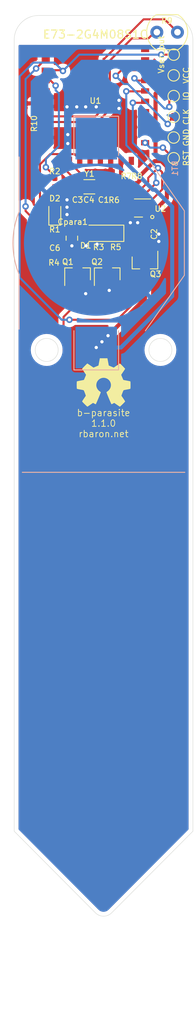
<source format=kicad_pcb>
(kicad_pcb (version 20171130) (host pcbnew "(5.1.2-1)-1")

  (general
    (thickness 1.6)
    (drawings 15)
    (tracks 266)
    (zones 0)
    (modules 32)
    (nets 34)
  )

  (page A4)
  (title_block
    (title b-parasite)
    (date 2021-09-02)
    (rev 1.1.0)
    (company rbaron.net)
  )

  (layers
    (0 F.Cu signal)
    (31 B.Cu signal)
    (32 B.Adhes user)
    (33 F.Adhes user)
    (34 B.Paste user)
    (35 F.Paste user)
    (36 B.SilkS user)
    (37 F.SilkS user)
    (38 B.Mask user)
    (39 F.Mask user)
    (40 Dwgs.User user)
    (41 Cmts.User user)
    (42 Eco1.User user hide)
    (43 Eco2.User user hide)
    (44 Edge.Cuts user)
    (45 Margin user)
    (46 B.CrtYd user)
    (47 F.CrtYd user)
    (48 B.Fab user)
    (49 F.Fab user)
  )

  (setup
    (last_trace_width 0.25)
    (user_trace_width 0.5)
    (user_trace_width 5)
    (user_trace_width 10)
    (trace_clearance 0.2)
    (zone_clearance 0.508)
    (zone_45_only no)
    (trace_min 0.15)
    (via_size 0.8)
    (via_drill 0.4)
    (via_min_size 0.4)
    (via_min_drill 0.3)
    (uvia_size 0.3)
    (uvia_drill 0.1)
    (uvias_allowed no)
    (uvia_min_size 0.2)
    (uvia_min_drill 0.1)
    (edge_width 0.05)
    (segment_width 0.2)
    (pcb_text_width 0.3)
    (pcb_text_size 1.5 1.5)
    (mod_edge_width 0.12)
    (mod_text_size 0.7 0.7)
    (mod_text_width 0.12)
    (pad_size 6 5.5)
    (pad_drill 0)
    (pad_to_mask_clearance 0.051)
    (solder_mask_min_width 0.25)
    (aux_axis_origin 0 0)
    (visible_elements 7FFFFFFF)
    (pcbplotparams
      (layerselection 0x010fc_ffffffff)
      (usegerberextensions false)
      (usegerberattributes false)
      (usegerberadvancedattributes false)
      (creategerberjobfile false)
      (excludeedgelayer true)
      (linewidth 0.100000)
      (plotframeref false)
      (viasonmask false)
      (mode 1)
      (useauxorigin false)
      (hpglpennumber 1)
      (hpglpenspeed 20)
      (hpglpendiameter 15.000000)
      (psnegative false)
      (psa4output false)
      (plotreference true)
      (plotvalue true)
      (plotinvisibletext false)
      (padsonsilk false)
      (subtractmaskfromsilk false)
      (outputformat 1)
      (mirror false)
      (drillshape 0)
      (scaleselection 1)
      (outputdirectory "gerber/"))
  )

  (net 0 "")
  (net 1 GND)
  (net 2 /Csen+)
  (net 3 /PWM)
  (net 4 "Net-(C6-Pad1)")
  (net 5 "Net-(Q2-Pad3)")
  (net 6 "Net-(Q1-Pad3)")
  (net 7 "Net-(BT1-Pad1)")
  (net 8 /SENS_OUT)
  (net 9 "Net-(D2-Pad2)")
  (net 10 +3V0)
  (net 11 /LED)
  (net 12 /FAST_DISCH_EN)
  (net 13 "Net-(TP1-Pad1)")
  (net 14 "Net-(TP2-Pad1)")
  (net 15 "Net-(TP5-Pad1)")
  (net 16 "Net-(U1-Pad41)")
  (net 17 "Net-(U1-Pad31)")
  (net 18 "Net-(U1-Pad29)")
  (net 19 "Net-(U1-Pad25)")
  (net 20 "Net-(U1-Pad10)")
  (net 21 "Net-(U1-Pad9)")
  (net 22 "Net-(U1-Pad6)")
  (net 23 /SCL)
  (net 24 /SDA)
  (net 25 "Net-(C3-Pad1)")
  (net 26 "Net-(C4-Pad2)")
  (net 27 "Net-(U1-Pad43)")
  (net 28 "Net-(U1-Pad27)")
  (net 29 "Net-(U1-Pad17)")
  (net 30 "Net-(U2-Pad5)")
  (net 31 /PHOTO_OUT)
  (net 32 /PHOTO_V)
  (net 33 "Net-(U1-Pad1)")

  (net_class Default "This is the default net class."
    (clearance 0.2)
    (trace_width 0.25)
    (via_dia 0.8)
    (via_drill 0.4)
    (uvia_dia 0.3)
    (uvia_drill 0.1)
    (add_net +3V0)
    (add_net /Csen+)
    (add_net /FAST_DISCH_EN)
    (add_net /LED)
    (add_net /PHOTO_OUT)
    (add_net /PHOTO_V)
    (add_net /PWM)
    (add_net /SCL)
    (add_net /SDA)
    (add_net /SENS_OUT)
    (add_net GND)
    (add_net "Net-(BT1-Pad1)")
    (add_net "Net-(C3-Pad1)")
    (add_net "Net-(C4-Pad2)")
    (add_net "Net-(C6-Pad1)")
    (add_net "Net-(D2-Pad2)")
    (add_net "Net-(Q1-Pad3)")
    (add_net "Net-(Q2-Pad3)")
    (add_net "Net-(TP1-Pad1)")
    (add_net "Net-(TP2-Pad1)")
    (add_net "Net-(TP5-Pad1)")
    (add_net "Net-(U1-Pad1)")
    (add_net "Net-(U1-Pad10)")
    (add_net "Net-(U1-Pad17)")
    (add_net "Net-(U1-Pad25)")
    (add_net "Net-(U1-Pad27)")
    (add_net "Net-(U1-Pad29)")
    (add_net "Net-(U1-Pad31)")
    (add_net "Net-(U1-Pad41)")
    (add_net "Net-(U1-Pad43)")
    (add_net "Net-(U1-Pad6)")
    (add_net "Net-(U1-Pad9)")
    (add_net "Net-(U2-Pad5)")
  )

  (module nrfmicro:E73-2G4M08S1C-52840 (layer F.Cu) (tedit 604B87B9) (tstamp 60AF623F)
    (at 67 45.2 90)
    (path /604C2391)
    (attr smd)
    (fp_text reference U1 (at 7.746775 -0.000467) (layer F.SilkS)
      (effects (font (size 0.7 0.7) (thickness 0.12)))
    )
    (fp_text value E73-2G4M08S1C-52840 (at 9.778775 -0.635467) (layer F.Fab)
      (effects (font (size 1 1) (thickness 0.15)))
    )
    (fp_line (start 18.034 -6.604) (end -0.127 -6.604) (layer F.Fab) (width 0.15))
    (fp_line (start 18.034 6.604) (end 18.034 -6.604) (layer F.Fab) (width 0.15))
    (fp_line (start -0.127 6.604) (end 18.034 6.604) (layer F.Fab) (width 0.15))
    (fp_line (start -0.127 -6.604) (end -0.127 6.604) (layer F.Fab) (width 0.15))
    (fp_text user E73-2G4M08S1C (at 15.875 0 180) (layer F.SilkS)
      (effects (font (size 1 1) (thickness 0.15)))
    )
    (pad 10 smd rect (at 2.6 -6.119 90) (size 0.65 1) (layers F.Cu F.Paste F.Mask)
      (net 20 "Net-(U1-Pad10)"))
    (pad 9 smd rect (at 3.87 -6.119 90) (size 0.65 1) (layers F.Cu F.Paste F.Mask)
      (net 21 "Net-(U1-Pad9)"))
    (pad 8 smd rect (at 5.14 -6.119 90) (size 0.65 1) (layers F.Cu F.Paste F.Mask)
      (net 32 /PHOTO_V))
    (pad 7 smd rect (at 6.41 -6.119 90) (size 0.65 1) (layers F.Cu F.Paste F.Mask)
      (net 31 /PHOTO_OUT))
    (pad 6 smd rect (at 7.68 -6.119 90) (size 0.65 1) (layers F.Cu F.Paste F.Mask)
      (net 22 "Net-(U1-Pad6)"))
    (pad 5 smd rect (at 8.95 -6.119 90) (size 0.65 1) (layers F.Cu F.Paste F.Mask)
      (net 1 GND))
    (pad 4 smd rect (at 10.22 -6.119 90) (size 0.65 1) (layers F.Cu F.Paste F.Mask)
      (net 11 /LED))
    (pad 3 smd rect (at 11.49 -6.119 90) (size 0.65 1) (layers F.Cu F.Paste F.Mask)
      (net 8 /SENS_OUT))
    (pad 2 smd rect (at 12.76 -6.119 90) (size 0.65 1) (layers F.Cu F.Paste F.Mask)
      (net 12 /FAST_DISCH_EN))
    (pad 1 smd rect (at 14.03 -6.119 90) (size 0.65 1) (layers F.Cu F.Paste F.Mask)
      (net 33 "Net-(U1-Pad1)"))
    (pad 31 smd rect (at 6.41 6.119 90) (size 0.65 1) (layers F.Cu F.Paste F.Mask)
      (net 17 "Net-(U1-Pad31)"))
    (pad 43 smd rect (at 14.03 6.119 90) (size 0.65 1) (layers F.Cu F.Paste F.Mask)
      (net 27 "Net-(U1-Pad43)"))
    (pad 33 smd rect (at 7.68 6.119 90) (size 0.65 1) (layers F.Cu F.Paste F.Mask)
      (net 23 /SCL))
    (pad 41 smd rect (at 12.76 6.119 90) (size 0.65 1) (layers F.Cu F.Paste F.Mask)
      (net 16 "Net-(U1-Pad41)"))
    (pad 39 smd rect (at 11.49 6.119 90) (size 0.65 1) (layers F.Cu F.Paste F.Mask)
      (net 14 "Net-(TP2-Pad1)"))
    (pad 37 smd rect (at 10.22 6.119 90) (size 0.65 1) (layers F.Cu F.Paste F.Mask)
      (net 13 "Net-(TP1-Pad1)"))
    (pad 29 smd rect (at 5.14 6.119 90) (size 0.65 1) (layers F.Cu F.Paste F.Mask)
      (net 18 "Net-(U1-Pad29)"))
    (pad 35 smd rect (at 8.95 6.119 90) (size 0.65 1) (layers F.Cu F.Paste F.Mask)
      (net 24 /SDA))
    (pad 27 smd rect (at 3.87 6.119 90) (size 0.65 1) (layers F.Cu F.Paste F.Mask)
      (net 28 "Net-(U1-Pad27)"))
    (pad 26 smd rect (at 2.6 6.119 90) (size 0.65 1) (layers F.Cu F.Paste F.Mask)
      (net 15 "Net-(TP5-Pad1)"))
    (pad 23 smd rect (at 0.381 3.15 180) (size 0.65 1) (layers F.Cu F.Paste F.Mask)
      (net 10 +3V0))
    (pad 11 smd rect (at 0.381 -4.47 180) (size 0.65 1) (layers F.Cu F.Paste F.Mask)
      (net 25 "Net-(C3-Pad1)"))
    (pad 21 smd rect (at 0.381 1.88 180) (size 0.65 1) (layers F.Cu F.Paste F.Mask)
      (net 1 GND))
    (pad 13 smd rect (at 0.381 -3.2 180) (size 0.65 1) (layers F.Cu F.Paste F.Mask)
      (net 26 "Net-(C4-Pad2)"))
    (pad 15 smd rect (at 0.381 -1.93 180) (size 0.65 1) (layers F.Cu F.Paste F.Mask)
      (net 3 /PWM))
    (pad 17 smd rect (at 0.381 -0.66 180) (size 0.65 1) (layers F.Cu F.Paste F.Mask)
      (net 29 "Net-(U1-Pad17)"))
    (pad 25 smd rect (at 0.381 4.42 180) (size 0.65 1) (layers F.Cu F.Paste F.Mask)
      (net 19 "Net-(U1-Pad25)"))
    (pad 19 smd rect (at 0.381 0.61 180) (size 0.65 1) (layers F.Cu F.Paste F.Mask)
      (net 10 +3V0))
  )

  (module Symbol:OSHW-Symbol_6.7x6mm_SilkScreen locked (layer F.Cu) (tedit 0) (tstamp 604CBA6D)
    (at 68 72)
    (descr "Open Source Hardware Symbol")
    (tags "Logo Symbol OSHW")
    (attr virtual)
    (fp_text reference REF** (at 0 0) (layer F.SilkS) hide
      (effects (font (size 1 1) (thickness 0.15)))
    )
    (fp_text value OSHW-Symbol_6.7x6mm_SilkScreen (at 0.75 0) (layer F.Fab) hide
      (effects (font (size 1 1) (thickness 0.15)))
    )
    (fp_poly (pts (xy 0.555814 -2.531069) (xy 0.639635 -2.086445) (xy 0.94892 -1.958947) (xy 1.258206 -1.831449)
      (xy 1.629246 -2.083754) (xy 1.733157 -2.154004) (xy 1.827087 -2.216728) (xy 1.906652 -2.269062)
      (xy 1.96747 -2.308143) (xy 2.005157 -2.331107) (xy 2.015421 -2.336058) (xy 2.03391 -2.323324)
      (xy 2.07342 -2.288118) (xy 2.129522 -2.234938) (xy 2.197787 -2.168282) (xy 2.273786 -2.092646)
      (xy 2.353092 -2.012528) (xy 2.431275 -1.932426) (xy 2.503907 -1.856836) (xy 2.566559 -1.790255)
      (xy 2.614803 -1.737182) (xy 2.64421 -1.702113) (xy 2.651241 -1.690377) (xy 2.641123 -1.66874)
      (xy 2.612759 -1.621338) (xy 2.569129 -1.552807) (xy 2.513218 -1.467785) (xy 2.448006 -1.370907)
      (xy 2.410219 -1.31565) (xy 2.341343 -1.214752) (xy 2.28014 -1.123701) (xy 2.229578 -1.04703)
      (xy 2.192628 -0.989272) (xy 2.172258 -0.954957) (xy 2.169197 -0.947746) (xy 2.176136 -0.927252)
      (xy 2.195051 -0.879487) (xy 2.223087 -0.811168) (xy 2.257391 -0.729011) (xy 2.295109 -0.63973)
      (xy 2.333387 -0.550042) (xy 2.36937 -0.466662) (xy 2.400206 -0.396306) (xy 2.423039 -0.34569)
      (xy 2.435017 -0.321529) (xy 2.435724 -0.320578) (xy 2.454531 -0.315964) (xy 2.504618 -0.305672)
      (xy 2.580793 -0.290713) (xy 2.677865 -0.272099) (xy 2.790643 -0.250841) (xy 2.856442 -0.238582)
      (xy 2.97695 -0.215638) (xy 3.085797 -0.193805) (xy 3.177476 -0.174278) (xy 3.246481 -0.158252)
      (xy 3.287304 -0.146921) (xy 3.295511 -0.143326) (xy 3.303548 -0.118994) (xy 3.310033 -0.064041)
      (xy 3.31497 0.015108) (xy 3.318364 0.112026) (xy 3.320218 0.220287) (xy 3.320538 0.333465)
      (xy 3.319327 0.445135) (xy 3.31659 0.548868) (xy 3.312331 0.638241) (xy 3.306555 0.706826)
      (xy 3.299267 0.748197) (xy 3.294895 0.75681) (xy 3.268764 0.767133) (xy 3.213393 0.781892)
      (xy 3.136107 0.799352) (xy 3.04423 0.81778) (xy 3.012158 0.823741) (xy 2.857524 0.852066)
      (xy 2.735375 0.874876) (xy 2.641673 0.89308) (xy 2.572384 0.907583) (xy 2.523471 0.919292)
      (xy 2.490897 0.929115) (xy 2.470628 0.937956) (xy 2.458626 0.946724) (xy 2.456947 0.948457)
      (xy 2.440184 0.976371) (xy 2.414614 1.030695) (xy 2.382788 1.104777) (xy 2.34726 1.191965)
      (xy 2.310583 1.285608) (xy 2.275311 1.379052) (xy 2.243996 1.465647) (xy 2.219193 1.53874)
      (xy 2.203454 1.591678) (xy 2.199332 1.617811) (xy 2.199676 1.618726) (xy 2.213641 1.640086)
      (xy 2.245322 1.687084) (xy 2.291391 1.754827) (xy 2.348518 1.838423) (xy 2.413373 1.932982)
      (xy 2.431843 1.959854) (xy 2.497699 2.057275) (xy 2.55565 2.146163) (xy 2.602538 2.221412)
      (xy 2.635207 2.27792) (xy 2.6505 2.310581) (xy 2.651241 2.314593) (xy 2.638392 2.335684)
      (xy 2.602888 2.377464) (xy 2.549293 2.435445) (xy 2.482171 2.505135) (xy 2.406087 2.582045)
      (xy 2.325604 2.661683) (xy 2.245287 2.739561) (xy 2.169699 2.811186) (xy 2.103405 2.87207)
      (xy 2.050969 2.917721) (xy 2.016955 2.94365) (xy 2.007545 2.947883) (xy 1.985643 2.937912)
      (xy 1.9408 2.91102) (xy 1.880321 2.871736) (xy 1.833789 2.840117) (xy 1.749475 2.782098)
      (xy 1.649626 2.713784) (xy 1.549473 2.645579) (xy 1.495627 2.609075) (xy 1.313371 2.4858)
      (xy 1.160381 2.56852) (xy 1.090682 2.604759) (xy 1.031414 2.632926) (xy 0.991311 2.648991)
      (xy 0.981103 2.651226) (xy 0.968829 2.634722) (xy 0.944613 2.588082) (xy 0.910263 2.515609)
      (xy 0.867588 2.421606) (xy 0.818394 2.310374) (xy 0.76449 2.186215) (xy 0.707684 2.053432)
      (xy 0.649782 1.916327) (xy 0.592593 1.779202) (xy 0.537924 1.646358) (xy 0.487584 1.522098)
      (xy 0.44338 1.410725) (xy 0.407119 1.316539) (xy 0.380609 1.243844) (xy 0.365658 1.196941)
      (xy 0.363254 1.180833) (xy 0.382311 1.160286) (xy 0.424036 1.126933) (xy 0.479706 1.087702)
      (xy 0.484378 1.084599) (xy 0.628264 0.969423) (xy 0.744283 0.835053) (xy 0.83143 0.685784)
      (xy 0.888699 0.525913) (xy 0.915086 0.359737) (xy 0.909585 0.191552) (xy 0.87119 0.025655)
      (xy 0.798895 -0.133658) (xy 0.777626 -0.168513) (xy 0.666996 -0.309263) (xy 0.536302 -0.422286)
      (xy 0.390064 -0.506997) (xy 0.232808 -0.562806) (xy 0.069057 -0.589126) (xy -0.096667 -0.58537)
      (xy -0.259838 -0.55095) (xy -0.415935 -0.485277) (xy -0.560433 -0.387765) (xy -0.605131 -0.348187)
      (xy -0.718888 -0.224297) (xy -0.801782 -0.093876) (xy -0.858644 0.052315) (xy -0.890313 0.197088)
      (xy -0.898131 0.35986) (xy -0.872062 0.52344) (xy -0.814755 0.682298) (xy -0.728856 0.830906)
      (xy -0.617014 0.963735) (xy -0.481877 1.075256) (xy -0.464117 1.087011) (xy -0.40785 1.125508)
      (xy -0.365077 1.158863) (xy -0.344628 1.18016) (xy -0.344331 1.180833) (xy -0.348721 1.203871)
      (xy -0.366124 1.256157) (xy -0.394732 1.33339) (xy -0.432735 1.431268) (xy -0.478326 1.545491)
      (xy -0.529697 1.671758) (xy -0.585038 1.805767) (xy -0.642542 1.943218) (xy -0.700399 2.079808)
      (xy -0.756802 2.211237) (xy -0.809942 2.333205) (xy -0.85801 2.441409) (xy -0.899199 2.531549)
      (xy -0.931699 2.599323) (xy -0.953703 2.64043) (xy -0.962564 2.651226) (xy -0.98964 2.642819)
      (xy -1.040303 2.620272) (xy -1.105817 2.587613) (xy -1.141841 2.56852) (xy -1.294832 2.4858)
      (xy -1.477088 2.609075) (xy -1.570125 2.672228) (xy -1.671985 2.741727) (xy -1.767438 2.807165)
      (xy -1.81525 2.840117) (xy -1.882495 2.885273) (xy -1.939436 2.921057) (xy -1.978646 2.942938)
      (xy -1.991381 2.947563) (xy -2.009917 2.935085) (xy -2.050941 2.900252) (xy -2.110475 2.846678)
      (xy -2.184542 2.777983) (xy -2.269165 2.697781) (xy -2.322685 2.646286) (xy -2.416319 2.554286)
      (xy -2.497241 2.471999) (xy -2.562177 2.402945) (xy -2.607858 2.350644) (xy -2.631011 2.318616)
      (xy -2.633232 2.312116) (xy -2.622924 2.287394) (xy -2.594439 2.237405) (xy -2.550937 2.167212)
      (xy -2.495577 2.081875) (xy -2.43152 1.986456) (xy -2.413303 1.959854) (xy -2.346927 1.863167)
      (xy -2.287378 1.776117) (xy -2.237984 1.703595) (xy -2.202075 1.650493) (xy -2.182981 1.621703)
      (xy -2.181136 1.618726) (xy -2.183895 1.595782) (xy -2.198538 1.545336) (xy -2.222513 1.474041)
      (xy -2.253266 1.388547) (xy -2.288244 1.295507) (xy -2.324893 1.201574) (xy -2.360661 1.113399)
      (xy -2.392994 1.037634) (xy -2.419338 0.980931) (xy -2.437142 0.949943) (xy -2.438407 0.948457)
      (xy -2.449294 0.939601) (xy -2.467682 0.930843) (xy -2.497606 0.921277) (xy -2.543103 0.909996)
      (xy -2.608209 0.896093) (xy -2.696961 0.878663) (xy -2.813393 0.856798) (xy -2.961542 0.829591)
      (xy -2.993618 0.823741) (xy -3.088686 0.805374) (xy -3.171565 0.787405) (xy -3.23493 0.771569)
      (xy -3.271458 0.7596) (xy -3.276356 0.75681) (xy -3.284427 0.732072) (xy -3.290987 0.67679)
      (xy -3.296033 0.597389) (xy -3.299559 0.500296) (xy -3.301561 0.391938) (xy -3.302036 0.27874)
      (xy -3.300977 0.167128) (xy -3.298382 0.063529) (xy -3.294246 -0.025632) (xy -3.288563 -0.093928)
      (xy -3.281331 -0.134934) (xy -3.276971 -0.143326) (xy -3.252698 -0.151792) (xy -3.197426 -0.165565)
      (xy -3.116662 -0.18345) (xy -3.015912 -0.204252) (xy -2.900683 -0.226777) (xy -2.837902 -0.238582)
      (xy -2.718787 -0.260849) (xy -2.612565 -0.281021) (xy -2.524427 -0.298085) (xy -2.459566 -0.311031)
      (xy -2.423174 -0.318845) (xy -2.417184 -0.320578) (xy -2.407061 -0.34011) (xy -2.385662 -0.387157)
      (xy -2.355839 -0.454997) (xy -2.320445 -0.536909) (xy -2.282332 -0.626172) (xy -2.244353 -0.716065)
      (xy -2.20936 -0.799865) (xy -2.180206 -0.870853) (xy -2.159743 -0.922306) (xy -2.150823 -0.947503)
      (xy -2.150657 -0.948604) (xy -2.160769 -0.968481) (xy -2.189117 -1.014223) (xy -2.232723 -1.081283)
      (xy -2.288606 -1.165116) (xy -2.353787 -1.261174) (xy -2.391679 -1.31635) (xy -2.460725 -1.417519)
      (xy -2.52205 -1.50937) (xy -2.572663 -1.587256) (xy -2.609571 -1.646531) (xy -2.629782 -1.682549)
      (xy -2.632701 -1.690623) (xy -2.620153 -1.709416) (xy -2.585463 -1.749543) (xy -2.533063 -1.806507)
      (xy -2.467384 -1.875815) (xy -2.392856 -1.952969) (xy -2.313913 -2.033475) (xy -2.234983 -2.112837)
      (xy -2.1605 -2.18656) (xy -2.094894 -2.250148) (xy -2.042596 -2.299106) (xy -2.008039 -2.328939)
      (xy -1.996478 -2.336058) (xy -1.977654 -2.326047) (xy -1.932631 -2.297922) (xy -1.865787 -2.254546)
      (xy -1.781499 -2.198782) (xy -1.684144 -2.133494) (xy -1.610707 -2.083754) (xy -1.239667 -1.831449)
      (xy -0.621095 -2.086445) (xy -0.537275 -2.531069) (xy -0.453454 -2.975693) (xy 0.471994 -2.975693)
      (xy 0.555814 -2.531069)) (layer F.SilkS) (width 0.01))
  )

  (module OptoDevice:R_LDR_4.9x4.2mm_P2.54mm_Vertical (layer F.Cu) (tedit 5B8603A6) (tstamp 60AE3D07)
    (at 77.1 29.05 180)
    (descr "Resistor, LDR 4.9x4.2mm")
    (tags "Resistor LDR4.9x4.2")
    (path /60AD36D1)
    (fp_text reference R9 (at 1.3 1.4 180) (layer F.SilkS)
      (effects (font (size 0.7 0.7) (thickness 0.12)))
    )
    (fp_text value R_PHOTO (at 1.17 3.1) (layer F.Fab)
      (effects (font (size 1 1) (thickness 0.15)))
    )
    (fp_arc (start 1.25 0) (end -0.05 2.15) (angle 117) (layer F.SilkS) (width 0.12))
    (fp_arc (start 1.25 0) (end 2.6 -2.15) (angle 115) (layer F.SilkS) (width 0.12))
    (fp_arc (start 1.27 0) (end 2.57 -2.1) (angle 115) (layer F.Fab) (width 0.1))
    (fp_arc (start 1.27 0) (end -0.03 2.1) (angle 115) (layer F.Fab) (width 0.1))
    (fp_line (start 3.99 2.35) (end -1.45 2.35) (layer F.CrtYd) (width 0.05))
    (fp_line (start 3.99 2.35) (end 3.99 -2.35) (layer F.CrtYd) (width 0.05))
    (fp_line (start -1.45 -2.35) (end -1.45 2.35) (layer F.CrtYd) (width 0.05))
    (fp_line (start -1.45 -2.35) (end 3.99 -2.35) (layer F.CrtYd) (width 0.05))
    (fp_line (start -0.03 -2.1) (end 2.57 -2.1) (layer F.Fab) (width 0.1))
    (fp_line (start 2.57 2.1) (end -0.03 2.1) (layer F.Fab) (width 0.1))
    (fp_line (start 0.37 1.8) (end 2.17 1.8) (layer F.Fab) (width 0.1))
    (fp_line (start 0.37 1.2) (end 0.37 1.8) (layer F.Fab) (width 0.1))
    (fp_line (start 1.67 0.6) (end 1.67 1.2) (layer F.Fab) (width 0.1))
    (fp_line (start 0.87 0) (end 0.87 0.6) (layer F.Fab) (width 0.1))
    (fp_line (start 1.67 -0.6) (end 1.67 0) (layer F.Fab) (width 0.1))
    (fp_line (start 0.87 -1.2) (end 0.87 -0.6) (layer F.Fab) (width 0.1))
    (fp_line (start 2.17 -1.8) (end 2.17 -1.2) (layer F.Fab) (width 0.1))
    (fp_line (start 0.37 -1.8) (end 2.17 -1.8) (layer F.Fab) (width 0.1))
    (fp_line (start 0.37 1.2) (end 1.67 1.2) (layer F.Fab) (width 0.1))
    (fp_line (start 1.67 0.6) (end 0.87 0.6) (layer F.Fab) (width 0.1))
    (fp_line (start 0.87 0) (end 1.67 0) (layer F.Fab) (width 0.1))
    (fp_line (start 1.67 -0.6) (end 0.87 -0.6) (layer F.Fab) (width 0.1))
    (fp_line (start 0.87 -1.2) (end 2.17 -1.2) (layer F.Fab) (width 0.1))
    (fp_line (start -0.05 -2.15) (end 2.6 -2.15) (layer F.SilkS) (width 0.12))
    (fp_line (start -0.05 2.15) (end 2.6 2.15) (layer F.SilkS) (width 0.12))
    (pad 1 thru_hole circle (at 0 0 180) (size 1.6 1.6) (drill 0.8) (layers *.Cu *.Mask)
      (net 31 /PHOTO_OUT))
    (pad 2 thru_hole circle (at 2.54 0 180) (size 1.6 1.6) (drill 0.8) (layers *.Cu *.Mask)
      (net 32 /PHOTO_V))
    (model ${KISYS3DMOD}/OptoDevice.3dshapes/R_LDR_4.9x4.2mm_P2.54mm_Vertical.wrl
      (at (xyz 0 0 0))
      (scale (xyz 1 1 1))
      (rotate (xyz 0 0 0))
    )
  )

  (module Resistor_SMD:R_0402_1005Metric (layer F.Cu) (tedit 5B301BBD) (tstamp 60AF6667)
    (at 59.45 38.265 270)
    (descr "Resistor SMD 0402 (1005 Metric), square (rectangular) end terminal, IPC_7351 nominal, (Body size source: http://www.tortai-tech.com/upload/download/2011102023233369053.pdf), generated with kicad-footprint-generator")
    (tags resistor)
    (path /60AEBA02)
    (attr smd)
    (fp_text reference R10 (at 1.985 0 90) (layer F.SilkS)
      (effects (font (size 0.7 0.7) (thickness 0.12)))
    )
    (fp_text value 10k (at 0 0.95 90) (layer F.Fab)
      (effects (font (size 0.7 0.7) (thickness 0.12)))
    )
    (fp_line (start -0.5 0.25) (end -0.5 -0.25) (layer F.Fab) (width 0.1))
    (fp_line (start -0.5 -0.25) (end 0.5 -0.25) (layer F.Fab) (width 0.1))
    (fp_line (start 0.5 -0.25) (end 0.5 0.25) (layer F.Fab) (width 0.1))
    (fp_line (start 0.5 0.25) (end -0.5 0.25) (layer F.Fab) (width 0.1))
    (fp_line (start -0.93 0.47) (end -0.93 -0.47) (layer F.CrtYd) (width 0.05))
    (fp_line (start -0.93 -0.47) (end 0.93 -0.47) (layer F.CrtYd) (width 0.05))
    (fp_line (start 0.93 -0.47) (end 0.93 0.47) (layer F.CrtYd) (width 0.05))
    (fp_line (start 0.93 0.47) (end -0.93 0.47) (layer F.CrtYd) (width 0.05))
    (fp_text user %R (at 0 0 90) (layer F.Fab)
      (effects (font (size 0.25 0.25) (thickness 0.04)))
    )
    (pad 2 smd roundrect (at 0.485 0 270) (size 0.59 0.64) (layers F.Cu F.Paste F.Mask) (roundrect_rratio 0.25)
      (net 31 /PHOTO_OUT))
    (pad 1 smd roundrect (at -0.485 0 270) (size 0.59 0.64) (layers F.Cu F.Paste F.Mask) (roundrect_rratio 0.25)
      (net 1 GND))
    (model ${KISYS3DMOD}/Resistor_SMD.3dshapes/R_0402_1005Metric.wrl
      (at (xyz 0 0 0))
      (scale (xyz 1 1 1))
      (rotate (xyz 0 0 0))
    )
  )

  (module kicad:Sensirion_DFN-4-1EP_2x2mm_P1mm_EP0.7x1.6mm (layer F.Cu) (tedit 5DC7035C) (tstamp 604C6CC1)
    (at 72.8 50.6 180)
    (descr "DFN, 4 Pin (https://www.sensirion.com/fileadmin/user_upload/customers/sensirion/Dokumente/0_Datasheets/Humidity/Sensirion_Humidity_Sensors_SHTC3_Datasheet.pdf)")
    (tags "Sensirion DFN NoLead")
    (path /6052CFBE)
    (attr smd)
    (fp_text reference U2 (at -2.2 -0.1) (layer F.SilkS)
      (effects (font (size 0.7 0.7) (thickness 0.12)))
    )
    (fp_text value SHTC3 (at 0 1.95) (layer F.Fab)
      (effects (font (size 1 1) (thickness 0.15)))
    )
    (fp_line (start 0 -1.11) (end 1 -1.11) (layer F.SilkS) (width 0.12))
    (fp_line (start -1 1.11) (end 1 1.11) (layer F.SilkS) (width 0.12))
    (fp_line (start -0.5 -1) (end 1 -1) (layer F.Fab) (width 0.1))
    (fp_line (start 1 -1) (end 1 1) (layer F.Fab) (width 0.1))
    (fp_line (start 1 1) (end -1 1) (layer F.Fab) (width 0.1))
    (fp_line (start -1 1) (end -1 -0.5) (layer F.Fab) (width 0.1))
    (fp_line (start -1 -0.5) (end -0.5 -1) (layer F.Fab) (width 0.1))
    (fp_line (start -1.45 -1.25) (end -1.45 1.25) (layer F.CrtYd) (width 0.05))
    (fp_line (start -1.45 1.25) (end 1.45 1.25) (layer F.CrtYd) (width 0.05))
    (fp_line (start 1.45 1.25) (end 1.45 -1.25) (layer F.CrtYd) (width 0.05))
    (fp_line (start 1.45 -1.25) (end -1.45 -1.25) (layer F.CrtYd) (width 0.05))
    (fp_text user %R (at 0 0) (layer F.Fab)
      (effects (font (size 0.7 0.7) (thickness 0.12)))
    )
    (pad "" smd roundrect (at 0 0 180) (size 0.5 1.4) (layers F.Paste) (roundrect_rratio 0.25))
    (pad "" smd roundrect (at 1.025 -0.5) (size 0.55 0.35) (layers F.Paste) (roundrect_rratio 0.25))
    (pad "" smd roundrect (at 1.025 0.5) (size 0.55 0.35) (layers F.Paste) (roundrect_rratio 0.25))
    (pad "" smd roundrect (at -1.025 0.5 180) (size 0.55 0.35) (layers F.Paste) (roundrect_rratio 0.25))
    (pad "" smd roundrect (at -1.025 -0.5 180) (size 0.55 0.35) (layers F.Paste) (roundrect_rratio 0.25))
    (pad 5 smd roundrect (at 0 0 180) (size 0.7 1.6) (layers F.Cu F.Mask) (roundrect_rratio 0.25)
      (net 30 "Net-(U2-Pad5)"))
    (pad 4 smd roundrect (at 0.925 -0.5 180) (size 0.55 0.35) (layers F.Cu F.Mask) (roundrect_rratio 0.25)
      (net 1 GND))
    (pad 3 smd roundrect (at 0.925 0.5 180) (size 0.55 0.35) (layers F.Cu F.Mask) (roundrect_rratio 0.25)
      (net 24 /SDA))
    (pad 2 smd roundrect (at -0.925 0.5 180) (size 0.55 0.35) (layers F.Cu F.Mask) (roundrect_rratio 0.25)
      (net 23 /SCL))
    (pad 1 smd roundrect (at -0.925 -0.5 180) (size 0.55 0.35) (layers F.Cu F.Mask) (roundrect_rratio 0.25)
      (net 10 +3V0))
    (model ${KISYS3DMOD}/Sensor_Humidity.3dshapes/Sensirion_DFN-4-1EP_2x2mm_P1mm_EP0.7x1.6mm.wrl
      (at (xyz 0 0 0))
      (scale (xyz 1 1 1))
      (rotate (xyz 0 0 0))
    )
  )

  (module kicad:BatteryHolder_Keystone_3002_1x2032 (layer B.Cu) (tedit 5D9C7E9A) (tstamp 60358E5D)
    (at 67.1 54.9 270)
    (descr https://www.tme.eu/it/Document/a823211ec201a9e209042d155fe22d2b/KEYS2996.pdf)
    (tags "BR2016 CR2016 DL2016 BR2020 CL2020 BR2025 CR2025 DL2025 DR2032 CR2032 DL2032")
    (path /60386A6F)
    (attr smd)
    (fp_text reference BT1 (at -9.15 -9.7 90) (layer B.SilkS)
      (effects (font (size 0.7 0.7) (thickness 0.12)) (justify mirror))
    )
    (fp_text value Battery_Cell (at 0 11 90) (layer B.Fab)
      (effects (font (size 1 1) (thickness 0.15)) (justify mirror))
    )
    (fp_line (start 15.55 2.75) (end 10.75 2.75) (layer B.SilkS) (width 0.12))
    (fp_line (start 15.55 -2.75) (end 15.55 2.75) (layer B.SilkS) (width 0.12))
    (fp_line (start 10.75 -2.75) (end 15.55 -2.75) (layer B.SilkS) (width 0.12))
    (fp_line (start -15.55 -2.75) (end -10.75 -2.75) (layer B.SilkS) (width 0.12))
    (fp_line (start -15.55 2.75) (end -15.55 -2.75) (layer B.SilkS) (width 0.12))
    (fp_line (start -10.75 2.75) (end -15.55 2.75) (layer B.SilkS) (width 0.12))
    (fp_line (start -15.85 -3.05) (end -15.85 3.05) (layer B.CrtYd) (width 0.05))
    (fp_line (start -11.05 -3.05) (end -15.85 -3.05) (layer B.CrtYd) (width 0.05))
    (fp_line (start -11.05 -6.35) (end -11.05 -3.05) (layer B.CrtYd) (width 0.05))
    (fp_line (start -4.3 -11.1) (end -11.05 -6.35) (layer B.CrtYd) (width 0.05))
    (fp_line (start 4.3 -11.1) (end -4.3 -11.1) (layer B.CrtYd) (width 0.05))
    (fp_line (start 11.05 -6.35) (end 4.3 -11.1) (layer B.CrtYd) (width 0.05))
    (fp_line (start 11.05 -3.05) (end 11.05 -6.35) (layer B.CrtYd) (width 0.05))
    (fp_line (start 15.85 -3.05) (end 11.05 -3.05) (layer B.CrtYd) (width 0.05))
    (fp_line (start 15.85 3.05) (end 15.85 -3.05) (layer B.CrtYd) (width 0.05))
    (fp_line (start 11.05 3.05) (end 15.85 3.05) (layer B.CrtYd) (width 0.05))
    (fp_line (start 11.05 9.8) (end 11.05 3.05) (layer B.CrtYd) (width 0.05))
    (fp_line (start 11.05 9.8) (end 3.9 9.8) (layer B.CrtYd) (width 0.05))
    (fp_line (start -11.05 9.8) (end -3.9 9.8) (layer B.CrtYd) (width 0.05))
    (fp_line (start -11.05 3.05) (end -11.05 9.8) (layer B.CrtYd) (width 0.05))
    (fp_line (start -15.85 3.05) (end -11.05 3.05) (layer B.CrtYd) (width 0.05))
    (fp_line (start 10.55 9.5) (end 3.85 9.5) (layer B.SilkS) (width 0.12))
    (fp_line (start -10.55 9.5) (end -3.85 9.5) (layer B.SilkS) (width 0.12))
    (fp_circle (center 0 0) (end 10 0) (layer Dwgs.User) (width 0.2))
    (fp_line (start 10.55 -5.9) (end 3.8 -10.6) (layer B.Fab) (width 0.1))
    (fp_line (start 3.95 -10.85) (end 10.75 -6.05) (layer B.SilkS) (width 0.12))
    (fp_line (start -3.95 -10.85) (end 3.95 -10.85) (layer B.SilkS) (width 0.12))
    (fp_line (start -10.8 -6.05) (end -3.95 -10.85) (layer B.SilkS) (width 0.12))
    (fp_line (start -10.55 -5.85) (end -3.8 -10.6) (layer B.Fab) (width 0.1))
    (fp_line (start -10.55 2.55) (end -10.55 9.3) (layer B.Fab) (width 0.1))
    (fp_line (start 10.55 9.3) (end -10.55 9.3) (layer B.Fab) (width 0.1))
    (fp_line (start 10.55 2.55) (end 10.55 9.3) (layer B.Fab) (width 0.1))
    (fp_line (start 15.35 2.55) (end 10.55 2.55) (layer B.Fab) (width 0.1))
    (fp_line (start 15.35 -2.55) (end 15.35 2.55) (layer B.Fab) (width 0.1))
    (fp_line (start 10.55 -2.55) (end 15.35 -2.55) (layer B.Fab) (width 0.1))
    (fp_line (start -3.8 -10.6) (end 3.8 -10.6) (layer B.Fab) (width 0.1))
    (fp_line (start 10.55 -2.55) (end 10.55 -5.9) (layer B.Fab) (width 0.1))
    (fp_line (start -10.55 -2.55) (end -10.55 -5.85) (layer B.Fab) (width 0.1))
    (fp_line (start -15.35 2.55) (end -10.55 2.55) (layer B.Fab) (width 0.1))
    (fp_line (start -15.35 -2.55) (end -10.55 -2.55) (layer B.Fab) (width 0.1))
    (fp_line (start -15.35 2.55) (end -15.35 -2.55) (layer B.Fab) (width 0.1))
    (fp_arc (start 0 0) (end 3.85 9.5) (angle 44.1) (layer B.SilkS) (width 0.12))
    (fp_arc (start 0 0) (end 3.9 9.8) (angle 43.40107348) (layer B.CrtYd) (width 0.05))
    (fp_text user %R (at -9.15 -9.7 90) (layer B.Fab)
      (effects (font (size 0.7 0.7) (thickness 0.12)) (justify mirror))
    )
    (pad 2 smd circle (at 0 0 270) (size 17.8 17.8) (layers B.Cu B.Mask)
      (net 1 GND))
    (pad 1 smd rect (at -12.8 0 270) (size 5.1 5.1) (layers B.Cu B.Paste B.Mask)
      (net 7 "Net-(BT1-Pad1)"))
    (pad 1 smd rect (at 12.8 0 270) (size 5.1 5.1) (layers B.Cu B.Paste B.Mask)
      (net 7 "Net-(BT1-Pad1)"))
    (model ${KISYS3DMOD}/Battery.3dshapes/BatteryHolder_Keystone_3002_1x2032.wrl
      (at (xyz 0 0 0))
      (scale (xyz 1 1 1))
      (rotate (xyz 0 0 0))
    )
  )

  (module Crystal:Crystal_SMD_3215-2Pin_3.2x1.5mm (layer F.Cu) (tedit 5A0FD1B2) (tstamp 604C1116)
    (at 66.25 48 180)
    (descr "SMD Crystal FC-135 https://support.epson.biz/td/api/doc_check.php?dl=brief_FC-135R_en.pdf")
    (tags "SMD SMT Crystal")
    (path /604E7179)
    (attr smd)
    (fp_text reference Y1 (at 0 1.6) (layer F.SilkS)
      (effects (font (size 0.7 0.7) (thickness 0.12)))
    )
    (fp_text value 32.768kHz (at 0 2) (layer F.Fab)
      (effects (font (size 1 1) (thickness 0.15)))
    )
    (fp_line (start -2 -1.15) (end 2 -1.15) (layer F.CrtYd) (width 0.05))
    (fp_line (start -1.6 -0.75) (end -1.6 0.75) (layer F.Fab) (width 0.1))
    (fp_line (start -0.675 0.875) (end 0.675 0.875) (layer F.SilkS) (width 0.12))
    (fp_line (start -0.675 -0.875) (end 0.675 -0.875) (layer F.SilkS) (width 0.12))
    (fp_line (start 1.6 -0.75) (end 1.6 0.75) (layer F.Fab) (width 0.1))
    (fp_line (start -1.6 -0.75) (end 1.6 -0.75) (layer F.Fab) (width 0.1))
    (fp_line (start -1.6 0.75) (end 1.6 0.75) (layer F.Fab) (width 0.1))
    (fp_line (start -2 1.15) (end 2 1.15) (layer F.CrtYd) (width 0.05))
    (fp_line (start -2 -1.15) (end -2 1.15) (layer F.CrtYd) (width 0.05))
    (fp_line (start 2 -1.15) (end 2 1.15) (layer F.CrtYd) (width 0.05))
    (fp_text user %R (at 0 -0.4) (layer F.Fab)
      (effects (font (size 0.7 0.7) (thickness 0.12)))
    )
    (pad 2 smd rect (at -1.25 0 180) (size 1 1.8) (layers F.Cu F.Paste F.Mask)
      (net 26 "Net-(C4-Pad2)"))
    (pad 1 smd rect (at 1.25 0 180) (size 1 1.8) (layers F.Cu F.Paste F.Mask)
      (net 25 "Net-(C3-Pad1)"))
    (model ${KISYS3DMOD}/Crystal.3dshapes/Crystal_SMD_3215-2Pin_3.2x1.5mm.wrl
      (at (xyz 0 0 0))
      (scale (xyz 1 1 1))
      (rotate (xyz 0 0 0))
    )
  )

  (module Resistor_SMD:R_0402_1005Metric (layer F.Cu) (tedit 5B301BBD) (tstamp 604C346C)
    (at 72.1 48.085 270)
    (descr "Resistor SMD 0402 (1005 Metric), square (rectangular) end terminal, IPC_7351 nominal, (Body size source: http://www.tortai-tech.com/upload/download/2011102023233369053.pdf), generated with kicad-footprint-generator")
    (tags resistor)
    (path /60372D0F)
    (attr smd)
    (fp_text reference R8 (at -1.385 0 180) (layer F.SilkS)
      (effects (font (size 0.7 0.7) (thickness 0.12)))
    )
    (fp_text value 10k (at 0 1.17 90) (layer F.Fab)
      (effects (font (size 1 1) (thickness 0.15)))
    )
    (fp_line (start -0.5 0.25) (end -0.5 -0.25) (layer F.Fab) (width 0.1))
    (fp_line (start -0.5 -0.25) (end 0.5 -0.25) (layer F.Fab) (width 0.1))
    (fp_line (start 0.5 -0.25) (end 0.5 0.25) (layer F.Fab) (width 0.1))
    (fp_line (start 0.5 0.25) (end -0.5 0.25) (layer F.Fab) (width 0.1))
    (fp_line (start -0.93 0.47) (end -0.93 -0.47) (layer F.CrtYd) (width 0.05))
    (fp_line (start -0.93 -0.47) (end 0.93 -0.47) (layer F.CrtYd) (width 0.05))
    (fp_line (start 0.93 -0.47) (end 0.93 0.47) (layer F.CrtYd) (width 0.05))
    (fp_line (start 0.93 0.47) (end -0.93 0.47) (layer F.CrtYd) (width 0.05))
    (fp_text user %R (at 0 0 90) (layer F.Fab)
      (effects (font (size 0.7 0.7) (thickness 0.12)))
    )
    (pad 2 smd roundrect (at 0.485 0 270) (size 0.59 0.64) (layers F.Cu F.Paste F.Mask) (roundrect_rratio 0.25)
      (net 23 /SCL))
    (pad 1 smd roundrect (at -0.485 0 270) (size 0.59 0.64) (layers F.Cu F.Paste F.Mask) (roundrect_rratio 0.25)
      (net 10 +3V0))
    (model ${KISYS3DMOD}/Resistor_SMD.3dshapes/R_0402_1005Metric.wrl
      (at (xyz 0 0 0))
      (scale (xyz 1 1 1))
      (rotate (xyz 0 0 0))
    )
  )

  (module Resistor_SMD:R_0402_1005Metric (layer F.Cu) (tedit 5B301BBD) (tstamp 604C3442)
    (at 70.7 48.085 90)
    (descr "Resistor SMD 0402 (1005 Metric), square (rectangular) end terminal, IPC_7351 nominal, (Body size source: http://www.tortai-tech.com/upload/download/2011102023233369053.pdf), generated with kicad-footprint-generator")
    (tags resistor)
    (path /6037481E)
    (attr smd)
    (fp_text reference R7 (at 1.385 0.1 180) (layer F.SilkS)
      (effects (font (size 0.7 0.7) (thickness 0.12)))
    )
    (fp_text value 10k (at 0 1.17 90) (layer F.Fab)
      (effects (font (size 1 1) (thickness 0.15)))
    )
    (fp_line (start -0.5 0.25) (end -0.5 -0.25) (layer F.Fab) (width 0.1))
    (fp_line (start -0.5 -0.25) (end 0.5 -0.25) (layer F.Fab) (width 0.1))
    (fp_line (start 0.5 -0.25) (end 0.5 0.25) (layer F.Fab) (width 0.1))
    (fp_line (start 0.5 0.25) (end -0.5 0.25) (layer F.Fab) (width 0.1))
    (fp_line (start -0.93 0.47) (end -0.93 -0.47) (layer F.CrtYd) (width 0.05))
    (fp_line (start -0.93 -0.47) (end 0.93 -0.47) (layer F.CrtYd) (width 0.05))
    (fp_line (start 0.93 -0.47) (end 0.93 0.47) (layer F.CrtYd) (width 0.05))
    (fp_line (start 0.93 0.47) (end -0.93 0.47) (layer F.CrtYd) (width 0.05))
    (fp_text user %R (at 0 0 90) (layer F.Fab)
      (effects (font (size 0.7 0.7) (thickness 0.12)))
    )
    (pad 2 smd roundrect (at 0.485 0 90) (size 0.59 0.64) (layers F.Cu F.Paste F.Mask) (roundrect_rratio 0.25)
      (net 10 +3V0))
    (pad 1 smd roundrect (at -0.485 0 90) (size 0.59 0.64) (layers F.Cu F.Paste F.Mask) (roundrect_rratio 0.25)
      (net 24 /SDA))
    (model ${KISYS3DMOD}/Resistor_SMD.3dshapes/R_0402_1005Metric.wrl
      (at (xyz 0 0 0))
      (scale (xyz 1 1 1))
      (rotate (xyz 0 0 0))
    )
  )

  (module Resistor_SMD:R_0402_1005Metric (layer F.Cu) (tedit 5B301BBD) (tstamp 600D4E5C)
    (at 69.3 50.915 90)
    (descr "Resistor SMD 0402 (1005 Metric), square (rectangular) end terminal, IPC_7351 nominal, (Body size source: http://www.tortai-tech.com/upload/download/2011102023233369053.pdf), generated with kicad-footprint-generator")
    (tags resistor)
    (path /600E7750)
    (attr smd)
    (fp_text reference R6 (at 1.285 0 180) (layer F.SilkS)
      (effects (font (size 0.7 0.7) (thickness 0.12)))
    )
    (fp_text value 1M (at 0 1.17 90) (layer F.Fab)
      (effects (font (size 1 1) (thickness 0.15)))
    )
    (fp_line (start -0.5 0.25) (end -0.5 -0.25) (layer F.Fab) (width 0.1))
    (fp_line (start -0.5 -0.25) (end 0.5 -0.25) (layer F.Fab) (width 0.1))
    (fp_line (start 0.5 -0.25) (end 0.5 0.25) (layer F.Fab) (width 0.1))
    (fp_line (start 0.5 0.25) (end -0.5 0.25) (layer F.Fab) (width 0.1))
    (fp_line (start -0.93 0.47) (end -0.93 -0.47) (layer F.CrtYd) (width 0.05))
    (fp_line (start -0.93 -0.47) (end 0.93 -0.47) (layer F.CrtYd) (width 0.05))
    (fp_line (start 0.93 -0.47) (end 0.93 0.47) (layer F.CrtYd) (width 0.05))
    (fp_line (start 0.93 0.47) (end -0.93 0.47) (layer F.CrtYd) (width 0.05))
    (fp_text user %R (at 0 0 90) (layer F.Fab)
      (effects (font (size 0.7 0.7) (thickness 0.12)))
    )
    (pad 2 smd roundrect (at 0.485 0 90) (size 0.59 0.64) (layers F.Cu F.Paste F.Mask) (roundrect_rratio 0.25)
      (net 1 GND))
    (pad 1 smd roundrect (at -0.485 0 90) (size 0.59 0.64) (layers F.Cu F.Paste F.Mask) (roundrect_rratio 0.25)
      (net 8 /SENS_OUT))
    (model ${KISYS3DMOD}/Resistor_SMD.3dshapes/R_0402_1005Metric.wrl
      (at (xyz 0 0 0))
      (scale (xyz 1 1 1))
      (rotate (xyz 0 0 0))
    )
  )

  (module Resistor_SMD:R_0402_1005Metric (layer F.Cu) (tedit 5B301BBD) (tstamp 600D4E8C)
    (at 69.385 56.3)
    (descr "Resistor SMD 0402 (1005 Metric), square (rectangular) end terminal, IPC_7351 nominal, (Body size source: http://www.tortai-tech.com/upload/download/2011102023233369053.pdf), generated with kicad-footprint-generator")
    (tags resistor)
    (path /601113E2)
    (attr smd)
    (fp_text reference R5 (at 0.115 -0.9) (layer F.SilkS)
      (effects (font (size 0.7 0.7) (thickness 0.12)))
    )
    (fp_text value 1k (at 0 1.17) (layer F.Fab)
      (effects (font (size 1 1) (thickness 0.15)))
    )
    (fp_line (start -0.5 0.25) (end -0.5 -0.25) (layer F.Fab) (width 0.1))
    (fp_line (start -0.5 -0.25) (end 0.5 -0.25) (layer F.Fab) (width 0.1))
    (fp_line (start 0.5 -0.25) (end 0.5 0.25) (layer F.Fab) (width 0.1))
    (fp_line (start 0.5 0.25) (end -0.5 0.25) (layer F.Fab) (width 0.1))
    (fp_line (start -0.93 0.47) (end -0.93 -0.47) (layer F.CrtYd) (width 0.05))
    (fp_line (start -0.93 -0.47) (end 0.93 -0.47) (layer F.CrtYd) (width 0.05))
    (fp_line (start 0.93 -0.47) (end 0.93 0.47) (layer F.CrtYd) (width 0.05))
    (fp_line (start 0.93 0.47) (end -0.93 0.47) (layer F.CrtYd) (width 0.05))
    (fp_text user %R (at 0 0) (layer F.Fab)
      (effects (font (size 0.7 0.7) (thickness 0.12)))
    )
    (pad 2 smd roundrect (at 0.485 0) (size 0.59 0.64) (layers F.Cu F.Paste F.Mask) (roundrect_rratio 0.25)
      (net 5 "Net-(Q2-Pad3)"))
    (pad 1 smd roundrect (at -0.485 0) (size 0.59 0.64) (layers F.Cu F.Paste F.Mask) (roundrect_rratio 0.25)
      (net 2 /Csen+))
    (model ${KISYS3DMOD}/Resistor_SMD.3dshapes/R_0402_1005Metric.wrl
      (at (xyz 0 0 0))
      (scale (xyz 1 1 1))
      (rotate (xyz 0 0 0))
    )
  )

  (module Resistor_SMD:R_0402_1005Metric (layer F.Cu) (tedit 5B301BBD) (tstamp 600D4EBC)
    (at 61.915 58.2 180)
    (descr "Resistor SMD 0402 (1005 Metric), square (rectangular) end terminal, IPC_7351 nominal, (Body size source: http://www.tortai-tech.com/upload/download/2011102023233369053.pdf), generated with kicad-footprint-generator")
    (tags resistor)
    (path /600FFF47)
    (attr smd)
    (fp_text reference R4 (at 0.015 0.9) (layer F.SilkS)
      (effects (font (size 0.7 0.7) (thickness 0.12)))
    )
    (fp_text value 10k (at 0 1.17) (layer F.Fab)
      (effects (font (size 1 1) (thickness 0.15)))
    )
    (fp_line (start -0.5 0.25) (end -0.5 -0.25) (layer F.Fab) (width 0.1))
    (fp_line (start -0.5 -0.25) (end 0.5 -0.25) (layer F.Fab) (width 0.1))
    (fp_line (start 0.5 -0.25) (end 0.5 0.25) (layer F.Fab) (width 0.1))
    (fp_line (start 0.5 0.25) (end -0.5 0.25) (layer F.Fab) (width 0.1))
    (fp_line (start -0.93 0.47) (end -0.93 -0.47) (layer F.CrtYd) (width 0.05))
    (fp_line (start -0.93 -0.47) (end 0.93 -0.47) (layer F.CrtYd) (width 0.05))
    (fp_line (start 0.93 -0.47) (end 0.93 0.47) (layer F.CrtYd) (width 0.05))
    (fp_line (start 0.93 0.47) (end -0.93 0.47) (layer F.CrtYd) (width 0.05))
    (fp_text user %R (at 0 0) (layer F.Fab)
      (effects (font (size 0.7 0.7) (thickness 0.12)))
    )
    (pad 2 smd roundrect (at 0.485 0 180) (size 0.59 0.64) (layers F.Cu F.Paste F.Mask) (roundrect_rratio 0.25)
      (net 3 /PWM))
    (pad 1 smd roundrect (at -0.485 0 180) (size 0.59 0.64) (layers F.Cu F.Paste F.Mask) (roundrect_rratio 0.25)
      (net 4 "Net-(C6-Pad1)"))
    (model ${KISYS3DMOD}/Resistor_SMD.3dshapes/R_0402_1005Metric.wrl
      (at (xyz 0 0 0))
      (scale (xyz 1 1 1))
      (rotate (xyz 0 0 0))
    )
  )

  (module Resistor_SMD:R_0402_1005Metric (layer F.Cu) (tedit 5B301BBD) (tstamp 600E67DD)
    (at 67.3 56.3)
    (descr "Resistor SMD 0402 (1005 Metric), square (rectangular) end terminal, IPC_7351 nominal, (Body size source: http://www.tortai-tech.com/upload/download/2011102023233369053.pdf), generated with kicad-footprint-generator")
    (tags resistor)
    (path /601057D9)
    (attr smd)
    (fp_text reference R3 (at 0.1 -0.9 180) (layer F.SilkS)
      (effects (font (size 0.7 0.7) (thickness 0.12)))
    )
    (fp_text value 1k (at 0 1.17) (layer F.Fab)
      (effects (font (size 1 1) (thickness 0.15)))
    )
    (fp_line (start -0.5 0.25) (end -0.5 -0.25) (layer F.Fab) (width 0.1))
    (fp_line (start -0.5 -0.25) (end 0.5 -0.25) (layer F.Fab) (width 0.1))
    (fp_line (start 0.5 -0.25) (end 0.5 0.25) (layer F.Fab) (width 0.1))
    (fp_line (start 0.5 0.25) (end -0.5 0.25) (layer F.Fab) (width 0.1))
    (fp_line (start -0.93 0.47) (end -0.93 -0.47) (layer F.CrtYd) (width 0.05))
    (fp_line (start -0.93 -0.47) (end 0.93 -0.47) (layer F.CrtYd) (width 0.05))
    (fp_line (start 0.93 -0.47) (end 0.93 0.47) (layer F.CrtYd) (width 0.05))
    (fp_line (start 0.93 0.47) (end -0.93 0.47) (layer F.CrtYd) (width 0.05))
    (fp_text user %R (at 0 0) (layer F.Fab)
      (effects (font (size 0.7 0.7) (thickness 0.12)))
    )
    (pad 2 smd roundrect (at 0.485 0) (size 0.59 0.64) (layers F.Cu F.Paste F.Mask) (roundrect_rratio 0.25)
      (net 6 "Net-(Q1-Pad3)"))
    (pad 1 smd roundrect (at -0.485 0) (size 0.59 0.64) (layers F.Cu F.Paste F.Mask) (roundrect_rratio 0.25)
      (net 12 /FAST_DISCH_EN))
    (model ${KISYS3DMOD}/Resistor_SMD.3dshapes/R_0402_1005Metric.wrl
      (at (xyz 0 0 0))
      (scale (xyz 1 1 1))
      (rotate (xyz 0 0 0))
    )
  )

  (module Resistor_SMD:R_0402_1005Metric (layer F.Cu) (tedit 5B301BBD) (tstamp 6035C630)
    (at 62 47.485 270)
    (descr "Resistor SMD 0402 (1005 Metric), square (rectangular) end terminal, IPC_7351 nominal, (Body size source: http://www.tortai-tech.com/upload/download/2011102023233369053.pdf), generated with kicad-footprint-generator")
    (tags resistor)
    (path /6037FE48)
    (attr smd)
    (fp_text reference R2 (at -1.385 0 180) (layer F.SilkS)
      (effects (font (size 0.7 0.7) (thickness 0.12)))
    )
    (fp_text value 1k (at 0 1.17 90) (layer F.Fab)
      (effects (font (size 1 1) (thickness 0.15)))
    )
    (fp_line (start -0.5 0.25) (end -0.5 -0.25) (layer F.Fab) (width 0.1))
    (fp_line (start -0.5 -0.25) (end 0.5 -0.25) (layer F.Fab) (width 0.1))
    (fp_line (start 0.5 -0.25) (end 0.5 0.25) (layer F.Fab) (width 0.1))
    (fp_line (start 0.5 0.25) (end -0.5 0.25) (layer F.Fab) (width 0.1))
    (fp_line (start -0.93 0.47) (end -0.93 -0.47) (layer F.CrtYd) (width 0.05))
    (fp_line (start -0.93 -0.47) (end 0.93 -0.47) (layer F.CrtYd) (width 0.05))
    (fp_line (start 0.93 -0.47) (end 0.93 0.47) (layer F.CrtYd) (width 0.05))
    (fp_line (start 0.93 0.47) (end -0.93 0.47) (layer F.CrtYd) (width 0.05))
    (fp_text user %R (at 0 0 90) (layer F.Fab)
      (effects (font (size 0.7 0.7) (thickness 0.12)))
    )
    (pad 2 smd roundrect (at 0.485 0 270) (size 0.59 0.64) (layers F.Cu F.Paste F.Mask) (roundrect_rratio 0.25)
      (net 9 "Net-(D2-Pad2)"))
    (pad 1 smd roundrect (at -0.485 0 270) (size 0.59 0.64) (layers F.Cu F.Paste F.Mask) (roundrect_rratio 0.25)
      (net 11 /LED))
    (model ${KISYS3DMOD}/Resistor_SMD.3dshapes/R_0402_1005Metric.wrl
      (at (xyz 0 0 0))
      (scale (xyz 1 1 1))
      (rotate (xyz 0 0 0))
    )
  )

  (module Resistor_SMD:R_0402_1005Metric (layer F.Cu) (tedit 5B301BBD) (tstamp 601E234E)
    (at 62 54.4)
    (descr "Resistor SMD 0402 (1005 Metric), square (rectangular) end terminal, IPC_7351 nominal, (Body size source: http://www.tortai-tech.com/upload/download/2011102023233369053.pdf), generated with kicad-footprint-generator")
    (tags resistor)
    (path /600E0E7A)
    (attr smd)
    (fp_text reference R1 (at 0 -1.17) (layer F.SilkS)
      (effects (font (size 0.7 0.7) (thickness 0.12)))
    )
    (fp_text value 10k (at 0 1.17) (layer F.Fab)
      (effects (font (size 1 1) (thickness 0.15)))
    )
    (fp_line (start -0.5 0.25) (end -0.5 -0.25) (layer F.Fab) (width 0.1))
    (fp_line (start -0.5 -0.25) (end 0.5 -0.25) (layer F.Fab) (width 0.1))
    (fp_line (start 0.5 -0.25) (end 0.5 0.25) (layer F.Fab) (width 0.1))
    (fp_line (start 0.5 0.25) (end -0.5 0.25) (layer F.Fab) (width 0.1))
    (fp_line (start -0.93 0.47) (end -0.93 -0.47) (layer F.CrtYd) (width 0.05))
    (fp_line (start -0.93 -0.47) (end 0.93 -0.47) (layer F.CrtYd) (width 0.05))
    (fp_line (start 0.93 -0.47) (end 0.93 0.47) (layer F.CrtYd) (width 0.05))
    (fp_line (start 0.93 0.47) (end -0.93 0.47) (layer F.CrtYd) (width 0.05))
    (fp_text user %R (at 0 0) (layer F.Fab)
      (effects (font (size 0.7 0.7) (thickness 0.12)))
    )
    (pad 2 smd roundrect (at 0.485 0) (size 0.59 0.64) (layers F.Cu F.Paste F.Mask) (roundrect_rratio 0.25)
      (net 2 /Csen+))
    (pad 1 smd roundrect (at -0.485 0) (size 0.59 0.64) (layers F.Cu F.Paste F.Mask) (roundrect_rratio 0.25)
      (net 3 /PWM))
    (model ${KISYS3DMOD}/Resistor_SMD.3dshapes/R_0402_1005Metric.wrl
      (at (xyz 0 0 0))
      (scale (xyz 1 1 1))
      (rotate (xyz 0 0 0))
    )
  )

  (module Package_TO_SOT_SMD:SOT-23 (layer F.Cu) (tedit 5A02FF57) (tstamp 604BD7BE)
    (at 73.1 57.3 270)
    (descr "SOT-23, Standard")
    (tags SOT-23)
    (path /604DA824)
    (attr smd)
    (fp_text reference Q3 (at 1.4 -1.3 180) (layer F.SilkS)
      (effects (font (size 0.7 0.7) (thickness 0.12)))
    )
    (fp_text value AO3407 (at 0 2.5 90) (layer F.Fab)
      (effects (font (size 1 1) (thickness 0.15)))
    )
    (fp_line (start -0.7 -0.95) (end -0.7 1.5) (layer F.Fab) (width 0.1))
    (fp_line (start -0.15 -1.52) (end 0.7 -1.52) (layer F.Fab) (width 0.1))
    (fp_line (start -0.7 -0.95) (end -0.15 -1.52) (layer F.Fab) (width 0.1))
    (fp_line (start 0.7 -1.52) (end 0.7 1.52) (layer F.Fab) (width 0.1))
    (fp_line (start -0.7 1.52) (end 0.7 1.52) (layer F.Fab) (width 0.1))
    (fp_line (start 0.76 1.58) (end 0.76 0.65) (layer F.SilkS) (width 0.12))
    (fp_line (start 0.76 -1.58) (end 0.76 -0.65) (layer F.SilkS) (width 0.12))
    (fp_line (start -1.7 -1.75) (end 1.7 -1.75) (layer F.CrtYd) (width 0.05))
    (fp_line (start 1.7 -1.75) (end 1.7 1.75) (layer F.CrtYd) (width 0.05))
    (fp_line (start 1.7 1.75) (end -1.7 1.75) (layer F.CrtYd) (width 0.05))
    (fp_line (start -1.7 1.75) (end -1.7 -1.75) (layer F.CrtYd) (width 0.05))
    (fp_line (start 0.76 -1.58) (end -1.4 -1.58) (layer F.SilkS) (width 0.12))
    (fp_line (start 0.76 1.58) (end -0.7 1.58) (layer F.SilkS) (width 0.12))
    (fp_text user %R (at 0 0) (layer F.Fab)
      (effects (font (size 0.7 0.7) (thickness 0.12)))
    )
    (pad 3 smd rect (at 1 0 270) (size 0.9 0.8) (layers F.Cu F.Paste F.Mask)
      (net 7 "Net-(BT1-Pad1)"))
    (pad 2 smd rect (at -1 0.95 270) (size 0.9 0.8) (layers F.Cu F.Paste F.Mask)
      (net 10 +3V0))
    (pad 1 smd rect (at -1 -0.95 270) (size 0.9 0.8) (layers F.Cu F.Paste F.Mask)
      (net 1 GND))
    (model ${KISYS3DMOD}/Package_TO_SOT_SMD.3dshapes/SOT-23.wrl
      (at (xyz 0 0 0))
      (scale (xyz 1 1 1))
      (rotate (xyz 0 0 0))
    )
  )

  (module LED_SMD:LED_0603_1608Metric (layer F.Cu) (tedit 5B301BBE) (tstamp 604C11F8)
    (at 62 51.2125 90)
    (descr "LED SMD 0603 (1608 Metric), square (rectangular) end terminal, IPC_7351 nominal, (Body size source: http://www.tortai-tech.com/upload/download/2011102023233369053.pdf), generated with kicad-footprint-generator")
    (tags diode)
    (path /6038131F)
    (attr smd)
    (fp_text reference D2 (at 1.7875 0 180) (layer F.SilkS)
      (effects (font (size 0.7 0.7) (thickness 0.12)))
    )
    (fp_text value LED (at 0 1.43 90) (layer F.Fab)
      (effects (font (size 1 1) (thickness 0.15)))
    )
    (fp_line (start 0.8 -0.4) (end -0.5 -0.4) (layer F.Fab) (width 0.1))
    (fp_line (start -0.5 -0.4) (end -0.8 -0.1) (layer F.Fab) (width 0.1))
    (fp_line (start -0.8 -0.1) (end -0.8 0.4) (layer F.Fab) (width 0.1))
    (fp_line (start -0.8 0.4) (end 0.8 0.4) (layer F.Fab) (width 0.1))
    (fp_line (start 0.8 0.4) (end 0.8 -0.4) (layer F.Fab) (width 0.1))
    (fp_line (start 0.8 -0.735) (end -1.485 -0.735) (layer F.SilkS) (width 0.12))
    (fp_line (start -1.485 -0.735) (end -1.485 0.735) (layer F.SilkS) (width 0.12))
    (fp_line (start -1.485 0.735) (end 0.8 0.735) (layer F.SilkS) (width 0.12))
    (fp_line (start -1.48 0.73) (end -1.48 -0.73) (layer F.CrtYd) (width 0.05))
    (fp_line (start -1.48 -0.73) (end 1.48 -0.73) (layer F.CrtYd) (width 0.05))
    (fp_line (start 1.48 -0.73) (end 1.48 0.73) (layer F.CrtYd) (width 0.05))
    (fp_line (start 1.48 0.73) (end -1.48 0.73) (layer F.CrtYd) (width 0.05))
    (fp_text user %R (at 0 0 90) (layer F.Fab)
      (effects (font (size 0.7 0.7) (thickness 0.12)))
    )
    (pad 2 smd roundrect (at 0.7875 0 90) (size 0.875 0.95) (layers F.Cu F.Paste F.Mask) (roundrect_rratio 0.25)
      (net 9 "Net-(D2-Pad2)"))
    (pad 1 smd roundrect (at -0.7875 0 90) (size 0.875 0.95) (layers F.Cu F.Paste F.Mask) (roundrect_rratio 0.25)
      (net 1 GND))
    (model ${KISYS3DMOD}/LED_SMD.3dshapes/LED_0603_1608Metric.wrl
      (at (xyz 0 0 0))
      (scale (xyz 1 1 1))
      (rotate (xyz 0 0 0))
    )
  )

  (module Capacitor_SMD:C_0402_1005Metric (layer F.Cu) (tedit 5B301BBE) (tstamp 600D4DC6)
    (at 61.915 56.4 180)
    (descr "Capacitor SMD 0402 (1005 Metric), square (rectangular) end terminal, IPC_7351 nominal, (Body size source: http://www.tortai-tech.com/upload/download/2011102023233369053.pdf), generated with kicad-footprint-generator")
    (tags capacitor)
    (path /600D105B)
    (attr smd)
    (fp_text reference C6 (at -0.085 0.9) (layer F.SilkS)
      (effects (font (size 0.7 0.7) (thickness 0.12)))
    )
    (fp_text value 100p (at 0 1.17) (layer F.Fab)
      (effects (font (size 1 1) (thickness 0.15)))
    )
    (fp_line (start -0.5 0.25) (end -0.5 -0.25) (layer F.Fab) (width 0.1))
    (fp_line (start -0.5 -0.25) (end 0.5 -0.25) (layer F.Fab) (width 0.1))
    (fp_line (start 0.5 -0.25) (end 0.5 0.25) (layer F.Fab) (width 0.1))
    (fp_line (start 0.5 0.25) (end -0.5 0.25) (layer F.Fab) (width 0.1))
    (fp_line (start -0.93 0.47) (end -0.93 -0.47) (layer F.CrtYd) (width 0.05))
    (fp_line (start -0.93 -0.47) (end 0.93 -0.47) (layer F.CrtYd) (width 0.05))
    (fp_line (start 0.93 -0.47) (end 0.93 0.47) (layer F.CrtYd) (width 0.05))
    (fp_line (start 0.93 0.47) (end -0.93 0.47) (layer F.CrtYd) (width 0.05))
    (fp_text user %R (at 0 0) (layer F.Fab)
      (effects (font (size 0.7 0.7) (thickness 0.12)))
    )
    (pad 2 smd roundrect (at 0.485 0 180) (size 0.59 0.64) (layers F.Cu F.Paste F.Mask) (roundrect_rratio 0.25)
      (net 3 /PWM))
    (pad 1 smd roundrect (at -0.485 0 180) (size 0.59 0.64) (layers F.Cu F.Paste F.Mask) (roundrect_rratio 0.25)
      (net 4 "Net-(C6-Pad1)"))
    (model ${KISYS3DMOD}/Capacitor_SMD.3dshapes/C_0402_1005Metric.wrl
      (at (xyz 0 0 0))
      (scale (xyz 1 1 1))
      (rotate (xyz 0 0 0))
    )
  )

  (module Capacitor_SMD:C_0402_1005Metric (layer F.Cu) (tedit 5B301BBE) (tstamp 604C135F)
    (at 66.2 50.915 90)
    (descr "Capacitor SMD 0402 (1005 Metric), square (rectangular) end terminal, IPC_7351 nominal, (Body size source: http://www.tortai-tech.com/upload/download/2011102023233369053.pdf), generated with kicad-footprint-generator")
    (tags capacitor)
    (path /604EE953)
    (attr smd)
    (fp_text reference C4 (at 1.315 0) (layer F.SilkS)
      (effects (font (size 0.7 0.7) (thickness 0.12)))
    )
    (fp_text value 12p (at 0 1.17 90) (layer F.Fab)
      (effects (font (size 1 1) (thickness 0.15)))
    )
    (fp_line (start -0.5 0.25) (end -0.5 -0.25) (layer F.Fab) (width 0.1))
    (fp_line (start -0.5 -0.25) (end 0.5 -0.25) (layer F.Fab) (width 0.1))
    (fp_line (start 0.5 -0.25) (end 0.5 0.25) (layer F.Fab) (width 0.1))
    (fp_line (start 0.5 0.25) (end -0.5 0.25) (layer F.Fab) (width 0.1))
    (fp_line (start -0.93 0.47) (end -0.93 -0.47) (layer F.CrtYd) (width 0.05))
    (fp_line (start -0.93 -0.47) (end 0.93 -0.47) (layer F.CrtYd) (width 0.05))
    (fp_line (start 0.93 -0.47) (end 0.93 0.47) (layer F.CrtYd) (width 0.05))
    (fp_line (start 0.93 0.47) (end -0.93 0.47) (layer F.CrtYd) (width 0.05))
    (fp_text user %R (at 0 0 90) (layer F.Fab)
      (effects (font (size 0.7 0.7) (thickness 0.12)))
    )
    (pad 2 smd roundrect (at 0.485 0 90) (size 0.59 0.64) (layers F.Cu F.Paste F.Mask) (roundrect_rratio 0.25)
      (net 26 "Net-(C4-Pad2)"))
    (pad 1 smd roundrect (at -0.485 0 90) (size 0.59 0.64) (layers F.Cu F.Paste F.Mask) (roundrect_rratio 0.25)
      (net 1 GND))
    (model ${KISYS3DMOD}/Capacitor_SMD.3dshapes/C_0402_1005Metric.wrl
      (at (xyz 0 0 0))
      (scale (xyz 1 1 1))
      (rotate (xyz 0 0 0))
    )
  )

  (module Capacitor_SMD:C_0402_1005Metric (layer F.Cu) (tedit 5B301BBE) (tstamp 604C1F2A)
    (at 64.8 50.915 270)
    (descr "Capacitor SMD 0402 (1005 Metric), square (rectangular) end terminal, IPC_7351 nominal, (Body size source: http://www.tortai-tech.com/upload/download/2011102023233369053.pdf), generated with kicad-footprint-generator")
    (tags capacitor)
    (path /604EDBDB)
    (attr smd)
    (fp_text reference C3 (at -1.315 0) (layer F.SilkS)
      (effects (font (size 0.7 0.7) (thickness 0.12)))
    )
    (fp_text value 12p (at 0 1.17 90) (layer F.Fab)
      (effects (font (size 1 1) (thickness 0.15)))
    )
    (fp_line (start -0.5 0.25) (end -0.5 -0.25) (layer F.Fab) (width 0.1))
    (fp_line (start -0.5 -0.25) (end 0.5 -0.25) (layer F.Fab) (width 0.1))
    (fp_line (start 0.5 -0.25) (end 0.5 0.25) (layer F.Fab) (width 0.1))
    (fp_line (start 0.5 0.25) (end -0.5 0.25) (layer F.Fab) (width 0.1))
    (fp_line (start -0.93 0.47) (end -0.93 -0.47) (layer F.CrtYd) (width 0.05))
    (fp_line (start -0.93 -0.47) (end 0.93 -0.47) (layer F.CrtYd) (width 0.05))
    (fp_line (start 0.93 -0.47) (end 0.93 0.47) (layer F.CrtYd) (width 0.05))
    (fp_line (start 0.93 0.47) (end -0.93 0.47) (layer F.CrtYd) (width 0.05))
    (fp_text user %R (at 0 0 90) (layer F.Fab)
      (effects (font (size 0.7 0.7) (thickness 0.12)))
    )
    (pad 2 smd roundrect (at 0.485 0 270) (size 0.59 0.64) (layers F.Cu F.Paste F.Mask) (roundrect_rratio 0.25)
      (net 1 GND))
    (pad 1 smd roundrect (at -0.485 0 270) (size 0.59 0.64) (layers F.Cu F.Paste F.Mask) (roundrect_rratio 0.25)
      (net 25 "Net-(C3-Pad1)"))
    (model ${KISYS3DMOD}/Capacitor_SMD.3dshapes/C_0402_1005Metric.wrl
      (at (xyz 0 0 0))
      (scale (xyz 1 1 1))
      (rotate (xyz 0 0 0))
    )
  )

  (module Capacitor_SMD:C_0402_1005Metric (layer F.Cu) (tedit 5B301BBE) (tstamp 6035CB9B)
    (at 72.815 53.8 180)
    (descr "Capacitor SMD 0402 (1005 Metric), square (rectangular) end terminal, IPC_7351 nominal, (Body size source: http://www.tortai-tech.com/upload/download/2011102023233369053.pdf), generated with kicad-footprint-generator")
    (tags capacitor)
    (path /6036F153)
    (attr smd)
    (fp_text reference C2 (at -1.415 0 90) (layer F.SilkS)
      (effects (font (size 0.7 0.7) (thickness 0.12)))
    )
    (fp_text value 100n (at 0 1.17) (layer F.Fab)
      (effects (font (size 1 1) (thickness 0.15)))
    )
    (fp_line (start -0.5 0.25) (end -0.5 -0.25) (layer F.Fab) (width 0.1))
    (fp_line (start -0.5 -0.25) (end 0.5 -0.25) (layer F.Fab) (width 0.1))
    (fp_line (start 0.5 -0.25) (end 0.5 0.25) (layer F.Fab) (width 0.1))
    (fp_line (start 0.5 0.25) (end -0.5 0.25) (layer F.Fab) (width 0.1))
    (fp_line (start -0.93 0.47) (end -0.93 -0.47) (layer F.CrtYd) (width 0.05))
    (fp_line (start -0.93 -0.47) (end 0.93 -0.47) (layer F.CrtYd) (width 0.05))
    (fp_line (start 0.93 -0.47) (end 0.93 0.47) (layer F.CrtYd) (width 0.05))
    (fp_line (start 0.93 0.47) (end -0.93 0.47) (layer F.CrtYd) (width 0.05))
    (fp_text user %R (at 0 0) (layer F.Fab)
      (effects (font (size 0.7 0.7) (thickness 0.12)))
    )
    (pad 2 smd roundrect (at 0.485 0 180) (size 0.59 0.64) (layers F.Cu F.Paste F.Mask) (roundrect_rratio 0.25)
      (net 1 GND))
    (pad 1 smd roundrect (at -0.485 0 180) (size 0.59 0.64) (layers F.Cu F.Paste F.Mask) (roundrect_rratio 0.25)
      (net 10 +3V0))
    (model ${KISYS3DMOD}/Capacitor_SMD.3dshapes/C_0402_1005Metric.wrl
      (at (xyz 0 0 0))
      (scale (xyz 1 1 1))
      (rotate (xyz 0 0 0))
    )
  )

  (module Capacitor_SMD:C_0402_1005Metric (layer F.Cu) (tedit 5B301BBE) (tstamp 600D4D96)
    (at 68 50.915 90)
    (descr "Capacitor SMD 0402 (1005 Metric), square (rectangular) end terminal, IPC_7351 nominal, (Body size source: http://www.tortai-tech.com/upload/download/2011102023233369053.pdf), generated with kicad-footprint-generator")
    (tags capacitor)
    (path /600E6E5B)
    (attr smd)
    (fp_text reference C1 (at 1.315 0 180) (layer F.SilkS)
      (effects (font (size 0.7 0.7) (thickness 0.12)))
    )
    (fp_text value 1n (at 0 1.17 90) (layer F.Fab)
      (effects (font (size 1 1) (thickness 0.15)))
    )
    (fp_line (start -0.5 0.25) (end -0.5 -0.25) (layer F.Fab) (width 0.1))
    (fp_line (start -0.5 -0.25) (end 0.5 -0.25) (layer F.Fab) (width 0.1))
    (fp_line (start 0.5 -0.25) (end 0.5 0.25) (layer F.Fab) (width 0.1))
    (fp_line (start 0.5 0.25) (end -0.5 0.25) (layer F.Fab) (width 0.1))
    (fp_line (start -0.93 0.47) (end -0.93 -0.47) (layer F.CrtYd) (width 0.05))
    (fp_line (start -0.93 -0.47) (end 0.93 -0.47) (layer F.CrtYd) (width 0.05))
    (fp_line (start 0.93 -0.47) (end 0.93 0.47) (layer F.CrtYd) (width 0.05))
    (fp_line (start 0.93 0.47) (end -0.93 0.47) (layer F.CrtYd) (width 0.05))
    (fp_text user %R (at 0 0 90) (layer F.Fab)
      (effects (font (size 0.7 0.7) (thickness 0.12)))
    )
    (pad 2 smd roundrect (at 0.485 0 90) (size 0.59 0.64) (layers F.Cu F.Paste F.Mask) (roundrect_rratio 0.25)
      (net 1 GND))
    (pad 1 smd roundrect (at -0.485 0 90) (size 0.59 0.64) (layers F.Cu F.Paste F.Mask) (roundrect_rratio 0.25)
      (net 8 /SENS_OUT))
    (model ${KISYS3DMOD}/Capacitor_SMD.3dshapes/C_0402_1005Metric.wrl
      (at (xyz 0 0 0))
      (scale (xyz 1 1 1))
      (rotate (xyz 0 0 0))
    )
  )

  (module TestPoint:TestPoint_Pad_D1.0mm (layer F.Cu) (tedit 5A0F774F) (tstamp 60359057)
    (at 76.64 34.34 90)
    (descr "SMD pad as test Point, diameter 1.0mm")
    (tags "test point SMD pad")
    (path /6037D82C)
    (attr virtual)
    (fp_text reference TP7 (at 0 -1.448 90) (layer F.SilkS) hide
      (effects (font (size 0.7 0.7) (thickness 0.12)))
    )
    (fp_text value VCC (at 0 1.55 90) (layer F.SilkS)
      (effects (font (size 0.7 0.7) (thickness 0.12)))
    )
    (fp_circle (center 0 0) (end 1 0) (layer F.CrtYd) (width 0.05))
    (fp_circle (center 0 0) (end 0 0.7) (layer F.SilkS) (width 0.12))
    (fp_text user %R (at 0 -1.45 90) (layer F.Fab)
      (effects (font (size 0.7 0.7) (thickness 0.12)))
    )
    (pad 1 smd circle (at 0 0 90) (size 1 1) (layers F.Cu F.Mask)
      (net 10 +3V0))
  )

  (module TestPoint:TestPoint_Pad_D1.0mm (layer F.Cu) (tedit 5A0F774F) (tstamp 6035904F)
    (at 76.64 41.96 90)
    (descr "SMD pad as test Point, diameter 1.0mm")
    (tags "test point SMD pad")
    (path /6037E819)
    (attr virtual)
    (fp_text reference TP6 (at 0 -1.448 90) (layer F.SilkS) hide
      (effects (font (size 0.7 0.7) (thickness 0.12)))
    )
    (fp_text value GND (at 0 1.55 90) (layer F.SilkS)
      (effects (font (size 0.7 0.7) (thickness 0.12)))
    )
    (fp_circle (center 0 0) (end 1 0) (layer F.CrtYd) (width 0.05))
    (fp_circle (center 0 0) (end 0 0.7) (layer F.SilkS) (width 0.12))
    (fp_text user %R (at 0 -1.45 90) (layer F.Fab)
      (effects (font (size 0.7 0.7) (thickness 0.12)))
    )
    (pad 1 smd circle (at 0 0 90) (size 1 1) (layers F.Cu F.Mask)
      (net 1 GND))
  )

  (module TestPoint:TestPoint_Pad_D1.0mm (layer F.Cu) (tedit 5A0F774F) (tstamp 60359047)
    (at 76.64 44.5 90)
    (descr "SMD pad as test Point, diameter 1.0mm")
    (tags "test point SMD pad")
    (path /6039FE47)
    (attr virtual)
    (fp_text reference TP5 (at 0 -1.448 90) (layer F.SilkS) hide
      (effects (font (size 0.7 0.7) (thickness 0.12)))
    )
    (fp_text value RST (at 0 1.55 90) (layer F.SilkS)
      (effects (font (size 0.7 0.7) (thickness 0.12)))
    )
    (fp_circle (center 0 0) (end 1 0) (layer F.CrtYd) (width 0.05))
    (fp_circle (center 0 0) (end 0 0.7) (layer F.SilkS) (width 0.12))
    (fp_text user %R (at 0 -1.45 90) (layer F.Fab)
      (effects (font (size 0.7 0.7) (thickness 0.12)))
    )
    (pad 1 smd circle (at 0 0 90) (size 1 1) (layers F.Cu F.Mask)
      (net 15 "Net-(TP5-Pad1)"))
  )

  (module TestPoint:TestPoint_Pad_D1.0mm (layer F.Cu) (tedit 5A0F774F) (tstamp 60359023)
    (at 76.64 39.42 90)
    (descr "SMD pad as test Point, diameter 1.0mm")
    (tags "test point SMD pad")
    (path /6035D56E)
    (attr virtual)
    (fp_text reference TP2 (at 0 -1.448 90) (layer F.SilkS) hide
      (effects (font (size 0.7 0.7) (thickness 0.12)))
    )
    (fp_text value CLK (at 0 1.55 90) (layer F.SilkS)
      (effects (font (size 0.7 0.7) (thickness 0.12)))
    )
    (fp_circle (center 0 0) (end 1 0) (layer F.CrtYd) (width 0.05))
    (fp_circle (center 0 0) (end 0 0.7) (layer F.SilkS) (width 0.12))
    (fp_text user %R (at 0 -1.45 90) (layer F.Fab)
      (effects (font (size 0.7 0.7) (thickness 0.12)))
    )
    (pad 1 smd circle (at 0 0 90) (size 1 1) (layers F.Cu F.Mask)
      (net 14 "Net-(TP2-Pad1)"))
  )

  (module TestPoint:TestPoint_Pad_D1.0mm (layer F.Cu) (tedit 5A0F774F) (tstamp 6035901B)
    (at 76.64 36.88 90)
    (descr "SMD pad as test Point, diameter 1.0mm")
    (tags "test point SMD pad")
    (path /6035E763)
    (attr virtual)
    (fp_text reference TP1 (at 0 -1.448 90) (layer F.SilkS) hide
      (effects (font (size 0.7 0.7) (thickness 0.12)))
    )
    (fp_text value IO (at 0 1.55 90) (layer F.SilkS)
      (effects (font (size 0.7 0.7) (thickness 0.12)))
    )
    (fp_circle (center 0 0) (end 1 0) (layer F.CrtYd) (width 0.05))
    (fp_circle (center 0 0) (end 0 0.7) (layer F.SilkS) (width 0.12))
    (fp_text user %R (at 0 -1.45 90) (layer F.Fab)
      (effects (font (size 0.7 0.7) (thickness 0.12)))
    )
    (pad 1 smd circle (at 0 0 90) (size 1 1) (layers F.Cu F.Mask)
      (net 13 "Net-(TP1-Pad1)"))
  )

  (module Package_TO_SOT_SMD:SOT-23 (layer F.Cu) (tedit 5A02FF57) (tstamp 604C3AE9)
    (at 68.45 58.7 90)
    (descr "SOT-23, Standard")
    (tags SOT-23)
    (path /601897A7)
    (attr smd)
    (fp_text reference Q2 (at 1.5 -1.25 180) (layer F.SilkS)
      (effects (font (size 0.7 0.7) (thickness 0.12)))
    )
    (fp_text value MMBT3904 (at 0 2.5 90) (layer F.Fab)
      (effects (font (size 1 1) (thickness 0.15)))
    )
    (fp_line (start -0.7 -0.95) (end -0.7 1.5) (layer F.Fab) (width 0.1))
    (fp_line (start -0.15 -1.52) (end 0.7 -1.52) (layer F.Fab) (width 0.1))
    (fp_line (start -0.7 -0.95) (end -0.15 -1.52) (layer F.Fab) (width 0.1))
    (fp_line (start 0.7 -1.52) (end 0.7 1.52) (layer F.Fab) (width 0.1))
    (fp_line (start -0.7 1.52) (end 0.7 1.52) (layer F.Fab) (width 0.1))
    (fp_line (start 0.76 1.58) (end 0.76 0.65) (layer F.SilkS) (width 0.12))
    (fp_line (start 0.76 -1.58) (end 0.76 -0.65) (layer F.SilkS) (width 0.12))
    (fp_line (start -1.7 -1.75) (end 1.7 -1.75) (layer F.CrtYd) (width 0.05))
    (fp_line (start 1.7 -1.75) (end 1.7 1.75) (layer F.CrtYd) (width 0.05))
    (fp_line (start 1.7 1.75) (end -1.7 1.75) (layer F.CrtYd) (width 0.05))
    (fp_line (start -1.7 1.75) (end -1.7 -1.75) (layer F.CrtYd) (width 0.05))
    (fp_line (start 0.76 -1.58) (end -1.4 -1.58) (layer F.SilkS) (width 0.12))
    (fp_line (start 0.76 1.58) (end -0.7 1.58) (layer F.SilkS) (width 0.12))
    (fp_text user %R (at 0 0) (layer F.Fab)
      (effects (font (size 0.7 0.7) (thickness 0.12)))
    )
    (pad 3 smd rect (at 1 0 90) (size 0.9 0.8) (layers F.Cu F.Paste F.Mask)
      (net 5 "Net-(Q2-Pad3)"))
    (pad 2 smd rect (at -1 0.95 90) (size 0.9 0.8) (layers F.Cu F.Paste F.Mask)
      (net 1 GND))
    (pad 1 smd rect (at -1 -0.95 90) (size 0.9 0.8) (layers F.Cu F.Paste F.Mask)
      (net 6 "Net-(Q1-Pad3)"))
    (model ${KISYS3DMOD}/Package_TO_SOT_SMD.3dshapes/SOT-23.wrl
      (at (xyz 0 0 0))
      (scale (xyz 1 1 1))
      (rotate (xyz 0 0 0))
    )
  )

  (module Package_TO_SOT_SMD:SOT-23 (layer F.Cu) (tedit 5A02FF57) (tstamp 600DE2E8)
    (at 64.8 58.7 90)
    (descr "SOT-23, Standard")
    (tags SOT-23)
    (path /60188253)
    (attr smd)
    (fp_text reference Q1 (at 1.5 -1.2 180) (layer F.SilkS)
      (effects (font (size 0.7 0.7) (thickness 0.12)))
    )
    (fp_text value MMBT3904 (at 0 2.5 90) (layer F.Fab)
      (effects (font (size 1 1) (thickness 0.15)))
    )
    (fp_line (start -0.7 -0.95) (end -0.7 1.5) (layer F.Fab) (width 0.1))
    (fp_line (start -0.15 -1.52) (end 0.7 -1.52) (layer F.Fab) (width 0.1))
    (fp_line (start -0.7 -0.95) (end -0.15 -1.52) (layer F.Fab) (width 0.1))
    (fp_line (start 0.7 -1.52) (end 0.7 1.52) (layer F.Fab) (width 0.1))
    (fp_line (start -0.7 1.52) (end 0.7 1.52) (layer F.Fab) (width 0.1))
    (fp_line (start 0.76 1.58) (end 0.76 0.65) (layer F.SilkS) (width 0.12))
    (fp_line (start 0.76 -1.58) (end 0.76 -0.65) (layer F.SilkS) (width 0.12))
    (fp_line (start -1.7 -1.75) (end 1.7 -1.75) (layer F.CrtYd) (width 0.05))
    (fp_line (start 1.7 -1.75) (end 1.7 1.75) (layer F.CrtYd) (width 0.05))
    (fp_line (start 1.7 1.75) (end -1.7 1.75) (layer F.CrtYd) (width 0.05))
    (fp_line (start -1.7 1.75) (end -1.7 -1.75) (layer F.CrtYd) (width 0.05))
    (fp_line (start 0.76 -1.58) (end -1.4 -1.58) (layer F.SilkS) (width 0.12))
    (fp_line (start 0.76 1.58) (end -0.7 1.58) (layer F.SilkS) (width 0.12))
    (fp_text user %R (at 0 0) (layer F.Fab)
      (effects (font (size 0.7 0.7) (thickness 0.12)))
    )
    (pad 3 smd rect (at 1 0 90) (size 0.9 0.8) (layers F.Cu F.Paste F.Mask)
      (net 6 "Net-(Q1-Pad3)"))
    (pad 2 smd rect (at -1 0.95 90) (size 0.9 0.8) (layers F.Cu F.Paste F.Mask)
      (net 1 GND))
    (pad 1 smd rect (at -1 -0.95 90) (size 0.9 0.8) (layers F.Cu F.Paste F.Mask)
      (net 4 "Net-(C6-Pad1)"))
    (model ${KISYS3DMOD}/Package_TO_SOT_SMD.3dshapes/SOT-23.wrl
      (at (xyz 0 0 0))
      (scale (xyz 1 1 1))
      (rotate (xyz 0 0 0))
    )
  )

  (module Capacitor_SMD:C_0805_2012Metric (layer F.Cu) (tedit 5B36C52B) (tstamp 604C2E8C)
    (at 64.1 54.3 90)
    (descr "Capacitor SMD 0805 (2012 Metric), square (rectangular) end terminal, IPC_7351 nominal, (Body size source: https://docs.google.com/spreadsheets/d/1BsfQQcO9C6DZCsRaXUlFlo91Tg2WpOkGARC1WS5S8t0/edit?usp=sharing), generated with kicad-footprint-generator")
    (tags capacitor)
    (path /6016579E)
    (attr smd)
    (fp_text reference Cpara1 (at 2 0.1 180) (layer F.SilkS)
      (effects (font (size 0.7 0.7) (thickness 0.12)))
    )
    (fp_text value 5p (at 0 1.65 90) (layer F.Fab)
      (effects (font (size 1 1) (thickness 0.15)))
    )
    (fp_line (start -1 0.6) (end -1 -0.6) (layer F.Fab) (width 0.1))
    (fp_line (start -1 -0.6) (end 1 -0.6) (layer F.Fab) (width 0.1))
    (fp_line (start 1 -0.6) (end 1 0.6) (layer F.Fab) (width 0.1))
    (fp_line (start 1 0.6) (end -1 0.6) (layer F.Fab) (width 0.1))
    (fp_line (start -0.258578 -0.71) (end 0.258578 -0.71) (layer F.SilkS) (width 0.12))
    (fp_line (start -0.258578 0.71) (end 0.258578 0.71) (layer F.SilkS) (width 0.12))
    (fp_line (start -1.68 0.95) (end -1.68 -0.95) (layer F.CrtYd) (width 0.05))
    (fp_line (start -1.68 -0.95) (end 1.68 -0.95) (layer F.CrtYd) (width 0.05))
    (fp_line (start 1.68 -0.95) (end 1.68 0.95) (layer F.CrtYd) (width 0.05))
    (fp_line (start 1.68 0.95) (end -1.68 0.95) (layer F.CrtYd) (width 0.05))
    (fp_text user %R (at 0 0 90) (layer F.Fab)
      (effects (font (size 0.7 0.7) (thickness 0.12)))
    )
    (pad 2 smd roundrect (at 0.9375 0 90) (size 0.975 1.4) (layers F.Cu F.Paste F.Mask) (roundrect_rratio 0.25)
      (net 2 /Csen+))
    (pad 1 smd roundrect (at -0.9375 0 90) (size 0.975 1.4) (layers F.Cu F.Paste F.Mask) (roundrect_rratio 0.25)
      (net 1 GND))
    (model ${KISYS3DMOD}/Capacitor_SMD.3dshapes/C_0805_2012Metric.wrl
      (at (xyz 0 0 0))
      (scale (xyz 1 1 1))
      (rotate (xyz 0 0 0))
    )
  )

  (module Diode_SMD:D_MiniMELF (layer F.Cu) (tedit 5905D8F5) (tstamp 604CB9C4)
    (at 67.95 53.7 180)
    (descr "Diode Mini-MELF")
    (tags "Diode Mini-MELF")
    (path /600E601E)
    (attr smd)
    (fp_text reference D1 (at 2.15 -1.5 180) (layer F.SilkS)
      (effects (font (size 0.7 0.7) (thickness 0.12)))
    )
    (fp_text value LL4148 (at 0 1.75) (layer F.Fab)
      (effects (font (size 1 1) (thickness 0.15)))
    )
    (fp_line (start -2.65 1.1) (end -2.65 -1.1) (layer F.CrtYd) (width 0.05))
    (fp_line (start 2.65 1.1) (end -2.65 1.1) (layer F.CrtYd) (width 0.05))
    (fp_line (start 2.65 -1.1) (end 2.65 1.1) (layer F.CrtYd) (width 0.05))
    (fp_line (start -2.65 -1.1) (end 2.65 -1.1) (layer F.CrtYd) (width 0.05))
    (fp_line (start -0.75 0) (end -0.35 0) (layer F.Fab) (width 0.1))
    (fp_line (start -0.35 0) (end -0.35 -0.55) (layer F.Fab) (width 0.1))
    (fp_line (start -0.35 0) (end -0.35 0.55) (layer F.Fab) (width 0.1))
    (fp_line (start -0.35 0) (end 0.25 -0.4) (layer F.Fab) (width 0.1))
    (fp_line (start 0.25 -0.4) (end 0.25 0.4) (layer F.Fab) (width 0.1))
    (fp_line (start 0.25 0.4) (end -0.35 0) (layer F.Fab) (width 0.1))
    (fp_line (start 0.25 0) (end 0.75 0) (layer F.Fab) (width 0.1))
    (fp_line (start -1.65 -0.8) (end 1.65 -0.8) (layer F.Fab) (width 0.1))
    (fp_line (start -1.65 0.8) (end -1.65 -0.8) (layer F.Fab) (width 0.1))
    (fp_line (start 1.65 0.8) (end -1.65 0.8) (layer F.Fab) (width 0.1))
    (fp_line (start 1.65 -0.8) (end 1.65 0.8) (layer F.Fab) (width 0.1))
    (fp_line (start -2.55 1) (end 1.75 1) (layer F.SilkS) (width 0.12))
    (fp_line (start -2.55 -1) (end -2.55 1) (layer F.SilkS) (width 0.12))
    (fp_line (start 1.75 -1) (end -2.55 -1) (layer F.SilkS) (width 0.12))
    (fp_text user %R (at -0.05 0) (layer F.Fab)
      (effects (font (size 0.7 0.7) (thickness 0.12)))
    )
    (pad 1 smd rect (at -1.75 0 180) (size 1.3 1.7) (layers F.Cu F.Paste F.Mask)
      (net 8 /SENS_OUT))
    (pad 2 smd rect (at 1.75 0 180) (size 1.3 1.7) (layers F.Cu F.Paste F.Mask)
      (net 2 /Csen+))
    (model ${KISYS3DMOD}/Diode_SMD.3dshapes/D_MiniMELF.wrl
      (at (xyz 0 0 0))
      (scale (xyz 1 1 1))
      (rotate (xyz 0 0 0))
    )
  )

  (module TestPoint:TestPoint_Pad_D1.0mm (layer F.Cu) (tedit 5A0F774F) (tstamp 60AE3B96)
    (at 76.64 31.8 90)
    (descr "SMD pad as test Point, diameter 1.0mm")
    (tags "test point SMD pad")
    (path /60145A9D)
    (attr virtual)
    (fp_text reference TP4 (at 0 -1.448 90) (layer F.SilkS) hide
      (effects (font (size 0.7 0.7) (thickness 0.12)))
    )
    (fp_text value Vsen_out (at 0 -1.54 90) (layer F.SilkS)
      (effects (font (size 0.7 0.7) (thickness 0.12)))
    )
    (fp_circle (center 0 0) (end 1 0) (layer F.CrtYd) (width 0.05))
    (fp_circle (center 0 0) (end 0 0.7) (layer F.SilkS) (width 0.12))
    (fp_text user %R (at 0 -1.45 270) (layer F.Fab)
      (effects (font (size 0.7 0.7) (thickness 0.12)))
    )
    (pad 1 smd circle (at 0 0 90) (size 1 1) (layers F.Cu F.Mask)
      (net 8 /SENS_OUT))
  )

  (gr_circle (center 74 51.7) (end 74.2 51.7) (layer F.SilkS) (width 0.12))
  (gr_text "b-parasite\n1.1.0\nrbaron.net" (at 68 77) (layer F.SilkS) (tstamp 604CBA76)
    (effects (font (size 0.8 0.8) (thickness 0.1)))
  )
  (gr_line (start 60 27) (end 76 27) (layer Edge.Cuts) (width 0.05) (tstamp 604C66D7))
  (gr_line (start 79 30) (end 79 127) (layer Edge.Cuts) (width 0.05) (tstamp 604C66D6))
  (gr_line (start 57 30) (end 57 127) (layer Edge.Cuts) (width 0.05) (tstamp 604C66D3))
  (gr_line (start 68.999999 136.999999) (end 79 127) (layer Edge.Cuts) (width 0.05))
  (gr_line (start 67.000001 136.999999) (end 57 127) (layer Edge.Cuts) (width 0.05))
  (gr_arc (start 68 136) (end 67.000001 136.999999) (angle -90) (layer Edge.Cuts) (width 0.05))
  (gr_circle (center 61 68) (end 62 67) (layer Edge.Cuts) (width 0.05))
  (gr_circle (center 75 68) (end 76 69) (layer Edge.Cuts) (width 0.05))
  (gr_arc (start 60 30) (end 60 27) (angle -90) (layer Edge.Cuts) (width 0.05))
  (gr_arc (start 76 30) (end 79 30) (angle -90) (layer Edge.Cuts) (width 0.05))
  (dimension 22 (width 0.12) (layer Dwgs.User)
    (gr_text "22.000 mm" (at 68 150.94) (layer Dwgs.User)
      (effects (font (size 0.7 0.7) (thickness 0.12)))
    )
    (feature1 (pts (xy 79 136) (xy 79 150.586421)))
    (feature2 (pts (xy 57 136) (xy 57 150.586421)))
    (crossbar (pts (xy 57 150) (xy 79 150)))
    (arrow1a (pts (xy 79 150) (xy 77.873496 150.586421)))
    (arrow1b (pts (xy 79 150) (xy 77.873496 149.413579)))
    (arrow2a (pts (xy 57 150) (xy 58.126504 150.586421)))
    (arrow2b (pts (xy 57 150) (xy 58.126504 149.413579)))
  )
  (gr_line (start 58 83) (end 78 83) (layer F.SilkS) (width 0.12) (tstamp 604C6449))
  (gr_line (start 58 83) (end 78 83) (layer B.SilkS) (width 0.12))

  (via (at 68.7 60.7) (size 0.8) (drill 0.4) (layers F.Cu B.Cu) (net 1))
  (via (at 65.8 61.1) (size 0.8) (drill 0.4) (layers F.Cu B.Cu) (net 1))
  (via (at 74.8 53.8) (size 0.8) (drill 0.4) (layers F.Cu B.Cu) (net 1))
  (via (at 74.8 54.7) (size 0.8) (drill 0.4) (layers F.Cu B.Cu) (net 1))
  (via (at 71.3 52.4) (size 0.8) (drill 0.4) (layers F.Cu B.Cu) (net 1))
  (via (at 72.2 52.4) (size 0.8) (drill 0.4) (layers F.Cu B.Cu) (net 1))
  (via (at 63.5 51.4) (size 0.8) (drill 0.4) (layers F.Cu B.Cu) (net 1))
  (via (at 63.5 50.5) (size 0.8) (drill 0.4) (layers F.Cu B.Cu) (net 1))
  (via (at 63.5 49.6) (size 0.8) (drill 0.4) (layers F.Cu B.Cu) (net 1))
  (segment (start 67.58 50.43) (end 68 50.43) (width 0.25) (layer F.Cu) (net 1))
  (segment (start 66.944168 51.065832) (end 67.58 50.43) (width 0.25) (layer F.Cu) (net 1))
  (segment (start 66.534168 51.065832) (end 66.944168 51.065832) (width 0.25) (layer F.Cu) (net 1))
  (segment (start 66.2 51.4) (end 66.534168 51.065832) (width 0.25) (layer F.Cu) (net 1))
  (via (at 67.198744 55.038241) (size 0.8) (drill 0.4) (layers F.Cu B.Cu) (net 1))
  (segment (start 66.999485 55.2375) (end 67.198744 55.038241) (width 0.25) (layer F.Cu) (net 1))
  (segment (start 64.1 55.2375) (end 65.8625 55.2375) (width 0.25) (layer F.Cu) (net 1))
  (via (at 64.1 55.2375) (size 0.8) (drill 0.4) (layers F.Cu B.Cu) (net 1))
  (segment (start 65.8625 55.2375) (end 66.999485 55.2375) (width 0.25) (layer F.Cu) (net 1) (tstamp 604C55F5))
  (via (at 65.8625 55.2375) (size 0.8) (drill 0.4) (layers F.Cu B.Cu) (net 1))
  (segment (start 65.75 61.05) (end 65.8 61.1) (width 0.25) (layer F.Cu) (net 1))
  (segment (start 65.75 59.7) (end 65.75 61.05) (width 0.25) (layer F.Cu) (net 1))
  (segment (start 68.7 60.4) (end 69.4 59.7) (width 0.25) (layer F.Cu) (net 1))
  (segment (start 68.7 60.7) (end 68.7 60.4) (width 0.25) (layer F.Cu) (net 1))
  (segment (start 60.881 36.25) (end 61.056 36.25) (width 0.25) (layer F.Cu) (net 1))
  (via (at 63.5 38.2) (size 0.8) (drill 0.4) (layers F.Cu B.Cu) (net 1))
  (segment (start 63.225 38.275) (end 63.3 38.2) (width 0.25) (layer B.Cu) (net 1))
  (via (at 64.7 38.2) (size 0.8) (drill 0.4) (layers F.Cu B.Cu) (net 1))
  (segment (start 63.2 38.2) (end 64.5 38.2) (width 0.25) (layer B.Cu) (net 1))
  (via (at 65.8 38.2) (size 0.8) (drill 0.4) (layers F.Cu B.Cu) (net 1))
  (segment (start 64.5 38.2) (end 65.8 38.2) (width 0.25) (layer F.Cu) (net 1))
  (via (at 67.1 38.2) (size 0.8) (drill 0.4) (layers F.Cu B.Cu) (net 1))
  (segment (start 65.8 38.2) (end 67.1 38.2) (width 0.25) (layer B.Cu) (net 1))
  (segment (start 63.497 38.197) (end 63.5 38.2) (width 0.25) (layer F.Cu) (net 1))
  (segment (start 61.056 36.25) (end 63.003 38.197) (width 0.25) (layer F.Cu) (net 1))
  (segment (start 63.003 38.197) (end 63.497 38.197) (width 0.25) (layer F.Cu) (net 1))
  (via (at 63.6 41.6) (size 0.8) (drill 0.4) (layers F.Cu B.Cu) (net 1))
  (via (at 63.6 42.7) (size 0.8) (drill 0.4) (layers F.Cu B.Cu) (net 1))
  (via (at 69.9 37.4) (size 0.8) (drill 0.4) (layers F.Cu B.Cu) (net 1))
  (via (at 69.9 38.4) (size 0.8) (drill 0.4) (layers F.Cu B.Cu) (net 1))
  (segment (start 68 86) (end 68 126) (width 10) (layer F.Cu) (net 2))
  (segment (start 62.485 54.4) (end 62.485 53.715) (width 0.25) (layer F.Cu) (net 2))
  (segment (start 62.8375 53.3625) (end 64.1 53.3625) (width 0.25) (layer F.Cu) (net 2))
  (segment (start 62.485 53.715) (end 62.8375 53.3625) (width 0.25) (layer F.Cu) (net 2))
  (segment (start 65.8625 53.3625) (end 66.2 53.7) (width 0.25) (layer F.Cu) (net 2))
  (segment (start 64.1 53.3625) (end 65.8625 53.3625) (width 0.25) (layer F.Cu) (net 2))
  (segment (start 68.9 55.5) (end 68.9 55.88) (width 0.25) (layer F.Cu) (net 2))
  (segment (start 67.1 53.7) (end 68.9 55.5) (width 0.25) (layer F.Cu) (net 2))
  (segment (start 68.9 55.88) (end 68.9 56.3) (width 0.25) (layer F.Cu) (net 2))
  (segment (start 66.2 53.7) (end 67.1 53.7) (width 0.25) (layer F.Cu) (net 2))
  (segment (start 63.074999 63.951999) (end 65.026998 62) (width 0.25) (layer F.Cu) (net 2))
  (segment (start 63.074999 81.074999) (end 63.074999 63.951999) (width 0.25) (layer F.Cu) (net 2))
  (segment (start 68 86) (end 63.074999 81.074999) (width 0.25) (layer F.Cu) (net 2))
  (segment (start 70.213222 55.65499) (end 69.34501 55.65499) (width 0.25) (layer F.Cu) (net 2))
  (segment (start 70.94999 56.391758) (end 70.213222 55.65499) (width 0.25) (layer F.Cu) (net 2))
  (segment (start 70.94999 59.585012) (end 70.94999 56.391758) (width 0.25) (layer F.Cu) (net 2))
  (segment (start 68.535002 62) (end 70.94999 59.585012) (width 0.25) (layer F.Cu) (net 2))
  (segment (start 65.026998 62) (end 68.535002 62) (width 0.25) (layer F.Cu) (net 2))
  (segment (start 69.234168 55.965832) (end 68.9 56.3) (width 0.25) (layer F.Cu) (net 2))
  (segment (start 69.234168 55.765832) (end 69.234168 55.965832) (width 0.25) (layer F.Cu) (net 2))
  (segment (start 69.34501 55.65499) (end 69.234168 55.765832) (width 0.25) (layer F.Cu) (net 2))
  (segment (start 61.43 56.4) (end 61.43 58.2) (width 0.25) (layer F.Cu) (net 3))
  (segment (start 61.515 56.315) (end 61.43 56.4) (width 0.25) (layer F.Cu) (net 3))
  (segment (start 61.515 54.4) (end 61.515 56.315) (width 0.25) (layer F.Cu) (net 3))
  (segment (start 61.180832 54.065832) (end 61.515 54.4) (width 0.25) (layer F.Cu) (net 3))
  (segment (start 60.174999 45.251999) (end 60.174999 53.059999) (width 0.25) (layer F.Cu) (net 3))
  (segment (start 60.174999 53.059999) (end 61.180832 54.065832) (width 0.25) (layer F.Cu) (net 3))
  (segment (start 61.432999 43.993999) (end 60.174999 45.251999) (width 0.25) (layer F.Cu) (net 3))
  (segment (start 64.419999 43.993999) (end 61.432999 43.993999) (width 0.25) (layer F.Cu) (net 3))
  (segment (start 65.07 44.644) (end 64.419999 43.993999) (width 0.25) (layer F.Cu) (net 3))
  (segment (start 65.07 44.819) (end 65.07 44.644) (width 0.25) (layer F.Cu) (net 3))
  (segment (start 63.85 59.65) (end 62.4 58.2) (width 0.25) (layer F.Cu) (net 4))
  (segment (start 63.85 59.7) (end 63.85 59.65) (width 0.25) (layer F.Cu) (net 4))
  (segment (start 62.4 58.2) (end 62.4 56.4) (width 0.25) (layer F.Cu) (net 4))
  (segment (start 69.87 56.72) (end 69.87 56.3) (width 0.25) (layer F.Cu) (net 5))
  (segment (start 69.87 56.93) (end 69.87 56.72) (width 0.25) (layer F.Cu) (net 5))
  (segment (start 69.1 57.7) (end 69.87 56.93) (width 0.25) (layer F.Cu) (net 5))
  (segment (start 68.45 57.7) (end 69.1 57.7) (width 0.25) (layer F.Cu) (net 5))
  (segment (start 67.450832 56.634168) (end 67.785 56.3) (width 0.25) (layer F.Cu) (net 6))
  (segment (start 67.450832 56.6524) (end 67.450832 56.634168) (width 0.25) (layer F.Cu) (net 6))
  (segment (start 66.403232 57.7) (end 67.450832 56.6524) (width 0.25) (layer F.Cu) (net 6))
  (segment (start 64.8 57.7) (end 66.403232 57.7) (width 0.25) (layer F.Cu) (net 6))
  (segment (start 66.403232 57.903232) (end 66.403232 57.7) (width 0.25) (layer F.Cu) (net 6))
  (segment (start 67.5 59) (end 66.403232 57.903232) (width 0.25) (layer F.Cu) (net 6))
  (segment (start 67.5 59.7) (end 67.5 59) (width 0.25) (layer F.Cu) (net 6))
  (segment (start 76.450001 61.399999) (end 76.450001 50.450001) (width 0.5) (layer B.Cu) (net 7))
  (segment (start 70.15 67.7) (end 76.450001 61.399999) (width 0.5) (layer B.Cu) (net 7))
  (segment (start 67.1 67.7) (end 70.15 67.7) (width 0.5) (layer B.Cu) (net 7))
  (segment (start 67.825453 42.1) (end 67.1 42.1) (width 0.5) (layer B.Cu) (net 7))
  (segment (start 74.085885 48.360432) (end 67.825453 42.1) (width 0.5) (layer B.Cu) (net 7))
  (segment (start 74.360432 48.360432) (end 74.085885 48.360432) (width 0.5) (layer B.Cu) (net 7))
  (segment (start 76.450001 50.450001) (end 74.360432 48.360432) (width 0.5) (layer B.Cu) (net 7))
  (via (at 67.1 67.7) (size 0.8) (drill 0.4) (layers F.Cu B.Cu) (net 7))
  (segment (start 73.1 61.7) (end 68.55 66.25) (width 0.5) (layer F.Cu) (net 7))
  (segment (start 73.1 58.3) (end 73.1 61.7) (width 0.5) (layer F.Cu) (net 7))
  (segment (start 67.8 67) (end 67.1 67.7) (width 0.5) (layer F.Cu) (net 7) (tstamp 604C577F))
  (via (at 67.8 67) (size 0.8) (drill 0.4) (layers F.Cu B.Cu) (net 7))
  (segment (start 68.55 66.25) (end 67.8 67) (width 0.5) (layer F.Cu) (net 7) (tstamp 604C5781))
  (via (at 68.55 66.25) (size 0.8) (drill 0.4) (layers F.Cu B.Cu) (net 7))
  (segment (start 69.7 51.8) (end 69.3 51.4) (width 0.25) (layer F.Cu) (net 8))
  (segment (start 69.7 53.7) (end 69.7 51.8) (width 0.25) (layer F.Cu) (net 8))
  (segment (start 68 51.4) (end 69.3 51.4) (width 0.25) (layer F.Cu) (net 8))
  (via (at 63 33.8) (size 0.8) (drill 0.4) (layers F.Cu B.Cu) (net 8))
  (segment (start 62.91 33.71) (end 63 33.8) (width 0.25) (layer F.Cu) (net 8))
  (segment (start 60.881 33.71) (end 62.91 33.71) (width 0.25) (layer F.Cu) (net 8))
  (via (at 75.1 31.8) (size 0.8) (drill 0.4) (layers F.Cu B.Cu) (net 8))
  (segment (start 65 31.8) (end 75.1 31.8) (width 0.25) (layer B.Cu) (net 8))
  (segment (start 63 33.8) (end 65 31.8) (width 0.25) (layer B.Cu) (net 8))
  (segment (start 75.1 31.8) (end 76.64 31.8) (width 0.25) (layer F.Cu) (net 8))
  (via (at 63.8 64.3) (size 0.8) (drill 0.4) (layers F.Cu B.Cu) (net 8))
  (segment (start 62.846998 64.3) (end 63.8 64.3) (width 0.25) (layer B.Cu) (net 8))
  (segment (start 59.351998 32.774999) (end 57.674999 34.451998) (width 0.25) (layer B.Cu) (net 8))
  (segment (start 57.674999 59.128001) (end 62.846998 64.3) (width 0.25) (layer B.Cu) (net 8))
  (segment (start 57.674999 34.451998) (end 57.674999 59.128001) (width 0.25) (layer B.Cu) (net 8))
  (segment (start 61.974999 32.774999) (end 59.351998 32.774999) (width 0.25) (layer B.Cu) (net 8))
  (segment (start 63 33.8) (end 61.974999 32.774999) (width 0.25) (layer B.Cu) (net 8))
  (segment (start 69.7 53.9) (end 69.7 53.7) (width 0.25) (layer F.Cu) (net 8))
  (segment (start 70.6 54.8) (end 69.7 53.9) (width 0.25) (layer F.Cu) (net 8))
  (segment (start 71.4 54.8) (end 70.6 54.8) (width 0.25) (layer F.Cu) (net 8))
  (segment (start 71.4 61.386814) (end 71.4 54.8) (width 0.25) (layer F.Cu) (net 8))
  (segment (start 72 61.986814) (end 71.4 61.386814) (width 0.25) (layer F.Cu) (net 8))
  (segment (start 69.686814 64.3) (end 72 61.986814) (width 0.25) (layer F.Cu) (net 8))
  (segment (start 63.8 64.3) (end 69.686814 64.3) (width 0.25) (layer F.Cu) (net 8))
  (segment (start 62 47.97) (end 62 50.425) (width 0.25) (layer F.Cu) (net 9))
  (segment (start 67.61 44.453998) (end 67.61 44.819) (width 0.5) (layer F.Cu) (net 10))
  (segment (start 68.194999 43.868999) (end 67.61 44.453998) (width 0.5) (layer F.Cu) (net 10))
  (segment (start 69.565001 43.868999) (end 68.194999 43.868999) (width 0.5) (layer F.Cu) (net 10))
  (segment (start 70.15 44.453998) (end 69.565001 43.868999) (width 0.5) (layer F.Cu) (net 10))
  (segment (start 70.15 44.819) (end 70.15 44.453998) (width 0.5) (layer F.Cu) (net 10))
  (segment (start 70.15 47.05) (end 70.7 47.6) (width 0.5) (layer F.Cu) (net 10))
  (segment (start 70.15 44.819) (end 70.15 47.05) (width 0.5) (layer F.Cu) (net 10))
  (segment (start 70.7 47.6) (end 72.1 47.6) (width 0.5) (layer F.Cu) (net 10))
  (segment (start 73.725 53.375) (end 73.3 53.8) (width 0.5) (layer F.Cu) (net 10))
  (segment (start 73.725 51.1) (end 73.725 53.375) (width 0.5) (layer F.Cu) (net 10))
  (segment (start 73.3 55.15) (end 73.3 53.8) (width 0.5) (layer F.Cu) (net 10))
  (segment (start 72.15 56.3) (end 73.3 55.15) (width 0.5) (layer F.Cu) (net 10))
  (segment (start 74.1 51.1) (end 73.725 51.1) (width 0.5) (layer F.Cu) (net 10))
  (segment (start 75.793897 49.406103) (end 74.1 51.1) (width 0.5) (layer F.Cu) (net 10))
  (segment (start 75.793897 45.535895) (end 75.793897 49.406103) (width 0.5) (layer F.Cu) (net 10))
  (segment (start 75.108001 44.849999) (end 75.793897 45.535895) (width 0.5) (layer F.Cu) (net 10))
  (segment (start 74.291999 44.849999) (end 75.108001 44.849999) (width 0.5) (layer F.Cu) (net 10))
  (segment (start 72.434168 46.70783) (end 74.291999 44.849999) (width 0.5) (layer F.Cu) (net 10))
  (segment (start 72.434168 47.265832) (end 72.434168 46.70783) (width 0.5) (layer F.Cu) (net 10))
  (segment (start 72.1 47.6) (end 72.434168 47.265832) (width 0.5) (layer F.Cu) (net 10))
  (segment (start 76.140001 34.839999) (end 76.64 34.34) (width 0.5) (layer F.Cu) (net 10))
  (segment (start 74.4 36.58) (end 76.140001 34.839999) (width 0.5) (layer F.Cu) (net 10))
  (segment (start 74.4 44.141998) (end 74.4 36.58) (width 0.5) (layer F.Cu) (net 10))
  (segment (start 75.108001 44.849999) (end 74.4 44.141998) (width 0.5) (layer F.Cu) (net 10))
  (segment (start 61.48 34.98) (end 62.1 35.6) (width 0.25) (layer F.Cu) (net 11))
  (via (at 62.1 35.6) (size 0.8) (drill 0.4) (layers F.Cu B.Cu) (net 11))
  (segment (start 60.881 34.98) (end 61.48 34.98) (width 0.25) (layer F.Cu) (net 11))
  (segment (start 62.1 36.165685) (end 62.5 36.565685) (width 0.25) (layer B.Cu) (net 11))
  (segment (start 62.1 35.6) (end 62.1 36.165685) (width 0.25) (layer B.Cu) (net 11))
  (segment (start 62.5 36.565685) (end 62.5 43) (width 0.25) (layer B.Cu) (net 11))
  (via (at 60.9 45.6) (size 0.8) (drill 0.4) (layers F.Cu B.Cu) (net 11))
  (segment (start 62.5 43) (end 60.9 44.6) (width 0.25) (layer B.Cu) (net 11))
  (segment (start 60.9 44.6) (end 60.9 45.6) (width 0.25) (layer B.Cu) (net 11))
  (segment (start 62 46.7) (end 60.9 45.6) (width 0.25) (layer F.Cu) (net 11))
  (segment (start 62 47) (end 62 46.7) (width 0.25) (layer F.Cu) (net 11))
  (via (at 58.4 50.4) (size 0.8) (drill 0.4) (layers F.Cu B.Cu) (net 12))
  (segment (start 58.4 34.799999) (end 58.4 50.4) (width 0.25) (layer B.Cu) (net 12))
  (segment (start 59.699999 33.5) (end 58.4 34.799999) (width 0.25) (layer B.Cu) (net 12))
  (via (at 59.699999 33.5) (size 0.8) (drill 0.4) (layers F.Cu B.Cu) (net 12))
  (segment (start 60.881 32.44) (end 60.759999 32.44) (width 0.25) (layer F.Cu) (net 12))
  (segment (start 60.759999 32.44) (end 59.699999 33.5) (width 0.25) (layer F.Cu) (net 12))
  (segment (start 66.42 56.3) (end 66.815 56.3) (width 0.25) (layer F.Cu) (net 12))
  (segment (start 63.02001 58.1836) (end 63.02001 57.831778) (width 0.25) (layer F.Cu) (net 12))
  (segment (start 63.761409 58.924999) (end 63.02001 58.1836) (width 0.25) (layer F.Cu) (net 12))
  (segment (start 64.551788 56.3) (end 66.42 56.3) (width 0.25) (layer F.Cu) (net 12))
  (segment (start 59.2 51.765685) (end 59.2 56.958232) (width 0.25) (layer F.Cu) (net 12))
  (segment (start 64.510001 58.924999) (end 63.761409 58.924999) (width 0.25) (layer F.Cu) (net 12))
  (segment (start 64.510001 60.475001) (end 64.575001 60.410001) (width 0.25) (layer F.Cu) (net 12))
  (segment (start 59.2 56.958232) (end 62.716769 60.475001) (width 0.25) (layer F.Cu) (net 12))
  (segment (start 64.575001 60.410001) (end 64.575001 58.989999) (width 0.25) (layer F.Cu) (net 12))
  (segment (start 58.4 50.965685) (end 59.2 51.765685) (width 0.25) (layer F.Cu) (net 12))
  (segment (start 62.716769 60.475001) (end 64.510001 60.475001) (width 0.25) (layer F.Cu) (net 12))
  (segment (start 63.02001 57.831778) (end 64.551788 56.3) (width 0.25) (layer F.Cu) (net 12))
  (segment (start 64.575001 58.989999) (end 64.510001 58.924999) (width 0.25) (layer F.Cu) (net 12))
  (segment (start 58.4 50.4) (end 58.4 50.965685) (width 0.25) (layer F.Cu) (net 12))
  (via (at 71.8 34.7) (size 0.8) (drill 0.4) (layers F.Cu B.Cu) (net 13))
  (segment (start 72.08 34.98) (end 71.8 34.7) (width 0.25) (layer F.Cu) (net 13))
  (segment (start 73.119 34.98) (end 72.08 34.98) (width 0.25) (layer F.Cu) (net 13))
  (segment (start 71.8 34.7) (end 75.5 38.4) (width 0.25) (layer B.Cu) (net 13))
  (via (at 76.1 38.2) (size 0.8) (drill 0.4) (layers F.Cu B.Cu) (net 13))
  (segment (start 75.9 38.4) (end 76.1 38.2) (width 0.25) (layer B.Cu) (net 13))
  (segment (start 75.5 38.4) (end 75.9 38.4) (width 0.25) (layer B.Cu) (net 13))
  (segment (start 76.1 37.42) (end 76.64 36.88) (width 0.25) (layer F.Cu) (net 13))
  (segment (start 76.1 38.2) (end 76.1 37.42) (width 0.25) (layer F.Cu) (net 13))
  (segment (start 70.19 33.71) (end 69.5 34.4) (width 0.25) (layer F.Cu) (net 14))
  (segment (start 73.119 33.71) (end 70.19 33.71) (width 0.25) (layer F.Cu) (net 14))
  (via (at 69.5 34.4) (size 0.8) (drill 0.4) (layers F.Cu B.Cu) (net 14))
  (segment (start 71.000001 35.400001) (end 75.9 40.3) (width 0.25) (layer B.Cu) (net 14))
  (segment (start 75.9 40.3) (end 75.9 40.16) (width 0.25) (layer F.Cu) (net 14))
  (segment (start 75.9 40.16) (end 76.64 39.42) (width 0.25) (layer F.Cu) (net 14))
  (via (at 75.9 40.3) (size 0.8) (drill 0.4) (layers F.Cu B.Cu) (net 14))
  (segment (start 69.5 34.4) (end 69.899999 34.799999) (width 0.25) (layer B.Cu) (net 14))
  (via (at 69.5 34.4) (size 0.8) (drill 0.4) (layers F.Cu B.Cu) (net 14))
  (segment (start 70.500001 35.400001) (end 69.5 34.4) (width 0.25) (layer B.Cu) (net 14))
  (segment (start 71.000001 35.400001) (end 70.500001 35.400001) (width 0.25) (layer B.Cu) (net 14))
  (segment (start 76.6 44.5) (end 75.3 43.2) (width 0.25) (layer F.Cu) (net 15))
  (via (at 75.3 43.2) (size 0.8) (drill 0.4) (layers F.Cu B.Cu) (net 15))
  (segment (start 76.64 44.5) (end 76.6 44.5) (width 0.25) (layer F.Cu) (net 15))
  (via (at 73.119 42.6) (size 0.8) (drill 0.4) (layers F.Cu B.Cu) (net 15))
  (segment (start 73.719 43.2) (end 73.119 42.6) (width 0.25) (layer B.Cu) (net 15))
  (segment (start 75.3 43.2) (end 73.719 43.2) (width 0.25) (layer B.Cu) (net 15))
  (via (at 74.7 45.7) (size 0.8) (drill 0.4) (layers F.Cu B.Cu) (net 23))
  (segment (start 72.33 48.57) (end 73.5 47.4) (width 0.25) (layer F.Cu) (net 23))
  (segment (start 72.1 48.57) (end 72.33 48.57) (width 0.25) (layer F.Cu) (net 23))
  (segment (start 73.5 46.9) (end 74.7 45.7) (width 0.25) (layer F.Cu) (net 23))
  (segment (start 73.5 47.4) (end 73.5 46.9) (width 0.25) (layer F.Cu) (net 23))
  (segment (start 74.7 45.7) (end 71.6 42.6) (width 0.25) (layer B.Cu) (net 23))
  (via (at 71.6 37.7) (size 0.8) (drill 0.4) (layers F.Cu B.Cu) (net 23))
  (segment (start 71.6 42.6) (end 71.6 37.7) (width 0.25) (layer B.Cu) (net 23))
  (segment (start 72.939 37.7) (end 73.119 37.52) (width 0.25) (layer F.Cu) (net 23))
  (segment (start 71.6 37.7) (end 72.939 37.7) (width 0.25) (layer F.Cu) (net 23))
  (segment (start 75.099999 46.099999) (end 74.7 45.7) (width 0.25) (layer F.Cu) (net 23))
  (segment (start 75.218887 46.218887) (end 75.099999 46.099999) (width 0.25) (layer F.Cu) (net 23))
  (segment (start 75.218887 48.331113) (end 75.218887 46.218887) (width 0.25) (layer F.Cu) (net 23))
  (segment (start 73.725 49.825) (end 75.218887 48.331113) (width 0.25) (layer F.Cu) (net 23))
  (segment (start 73.725 50.1) (end 73.725 49.825) (width 0.25) (layer F.Cu) (net 23))
  (segment (start 70.7 48.925) (end 71.875 50.1) (width 0.25) (layer F.Cu) (net 24))
  (segment (start 70.7 48.57) (end 70.7 48.925) (width 0.25) (layer F.Cu) (net 24))
  (segment (start 74.4 47.5) (end 74.4 46.5) (width 0.25) (layer B.Cu) (net 24))
  (segment (start 74.4 46.5) (end 70.8 42.9) (width 0.25) (layer B.Cu) (net 24))
  (via (at 70.8 36.3) (size 0.8) (drill 0.4) (layers F.Cu B.Cu) (net 24))
  (segment (start 70.8 42.9) (end 70.8 36.3) (width 0.25) (layer B.Cu) (net 24))
  (segment (start 73.069 36.3) (end 73.119 36.25) (width 0.25) (layer F.Cu) (net 24))
  (segment (start 70.8 36.3) (end 73.069 36.3) (width 0.25) (layer F.Cu) (net 24))
  (via (at 74.493886 47.510431) (size 0.8) (drill 0.4) (layers F.Cu B.Cu) (net 24))
  (segment (start 72.529327 49.47499) (end 74.493886 47.510431) (width 0.25) (layer F.Cu) (net 24))
  (segment (start 72.22501 49.47499) (end 72.529327 49.47499) (width 0.25) (layer F.Cu) (net 24))
  (segment (start 71.875 49.825) (end 72.22501 49.47499) (width 0.25) (layer F.Cu) (net 24))
  (segment (start 71.875 50.1) (end 71.875 49.825) (width 0.25) (layer F.Cu) (net 24))
  (segment (start 62.53 45.13) (end 65 47.6) (width 0.25) (layer F.Cu) (net 25))
  (segment (start 65 47.6) (end 65 48) (width 0.25) (layer F.Cu) (net 25))
  (segment (start 62.53 44.819) (end 62.53 45.13) (width 0.25) (layer F.Cu) (net 25))
  (segment (start 64.8 48.2) (end 65 48) (width 0.25) (layer F.Cu) (net 25))
  (segment (start 64.8 50.43) (end 64.8 48.2) (width 0.25) (layer F.Cu) (net 25))
  (segment (start 67.5 47.6) (end 67.5 48) (width 0.25) (layer F.Cu) (net 26))
  (segment (start 65.580999 46.774999) (end 66.674999 46.774999) (width 0.25) (layer F.Cu) (net 26))
  (segment (start 66.674999 46.774999) (end 67.5 47.6) (width 0.25) (layer F.Cu) (net 26))
  (segment (start 63.8 44.994) (end 65.580999 46.774999) (width 0.25) (layer F.Cu) (net 26))
  (segment (start 63.8 44.819) (end 63.8 44.994) (width 0.25) (layer F.Cu) (net 26))
  (segment (start 66.2 50.43) (end 67 49.63) (width 0.25) (layer F.Cu) (net 26))
  (segment (start 67.5 49.15) (end 67.5 48) (width 0.25) (layer F.Cu) (net 26))
  (segment (start 67.02 49.63) (end 67.5 49.15) (width 0.25) (layer F.Cu) (net 26))
  (segment (start 67 49.63) (end 67.02 49.63) (width 0.25) (layer F.Cu) (net 26))
  (segment (start 60.861 38.77) (end 60.881 38.79) (width 0.25) (layer F.Cu) (net 31))
  (segment (start 60.841 38.75) (end 60.881 38.79) (width 0.25) (layer F.Cu) (net 31))
  (segment (start 59.49 38.79) (end 59.45 38.75) (width 0.25) (layer F.Cu) (net 31))
  (segment (start 60.881 38.79) (end 59.49 38.79) (width 0.25) (layer F.Cu) (net 31))
  (segment (start 68.1 32.3) (end 72.928198 27.471802) (width 0.25) (layer F.Cu) (net 31))
  (segment (start 72.928198 27.471802) (end 75.562664 27.471802) (width 0.25) (layer F.Cu) (net 31))
  (segment (start 68 32.3) (end 68.1 32.3) (width 0.25) (layer F.Cu) (net 31))
  (segment (start 61.631 39.365) (end 67.008002 39.365) (width 0.25) (layer F.Cu) (net 31))
  (segment (start 60.881 38.79) (end 61.056 38.79) (width 0.25) (layer F.Cu) (net 31))
  (segment (start 67.008002 39.365) (end 68 38.373002) (width 0.25) (layer F.Cu) (net 31))
  (segment (start 61.056 38.79) (end 61.631 39.365) (width 0.25) (layer F.Cu) (net 31))
  (segment (start 68 38.373002) (end 68 32.3) (width 0.25) (layer F.Cu) (net 31))
  (segment (start 75.562664 27.512664) (end 77.1 29.05) (width 0.25) (layer F.Cu) (net 31))
  (segment (start 75.562664 27.471802) (end 75.562664 27.512664) (width 0.25) (layer F.Cu) (net 31))
  (segment (start 73.53597 29.8) (end 74.381764 28.954206) (width 0.25) (layer F.Cu) (net 32))
  (segment (start 68.774999 38.525001) (end 68.774999 32.525001) (width 0.25) (layer F.Cu) (net 32))
  (segment (start 71.5 29.8) (end 73.53597 29.8) (width 0.25) (layer F.Cu) (net 32))
  (segment (start 68.774999 32.525001) (end 71.5 29.8) (width 0.25) (layer F.Cu) (net 32))
  (segment (start 67.24 40.06) (end 68.774999 38.525001) (width 0.25) (layer F.Cu) (net 32))
  (segment (start 60.881 40.06) (end 67.24 40.06) (width 0.25) (layer F.Cu) (net 32))

  (zone (net 1) (net_name GND) (layer F.Cu) (tstamp 604CBAF7) (hatch edge 0.508)
    (connect_pads (clearance 0.508))
    (min_thickness 0.254)
    (fill yes (arc_segments 32) (thermal_gap 0.508) (thermal_bridge_width 0.508))
    (polygon
      (pts
        (xy 56.5 30.6) (xy 56.6 144) (xy 79.4 144) (xy 79.3 30.6)
      )
    )
    (filled_polygon
      (pts
        (xy 78.340001 126.726618) (xy 68.556139 136.510479) (xy 68.417802 136.624109) (xy 68.288623 136.693375) (xy 68.148451 136.73623)
        (xy 68.002623 136.751043) (xy 67.856695 136.737248) (xy 67.716222 136.695371) (xy 67.586563 136.62701) (xy 67.448982 136.515599)
        (xy 57.66 126.72662) (xy 57.66 51.14435) (xy 57.694454 51.257932) (xy 57.711059 51.288997) (xy 57.765026 51.389961)
        (xy 57.836201 51.476687) (xy 57.86 51.505686) (xy 57.888998 51.529484) (xy 58.44 52.080487) (xy 58.440001 56.9209)
        (xy 58.436324 56.958232) (xy 58.440001 56.995565) (xy 58.450998 57.107218) (xy 58.461173 57.14076) (xy 58.494454 57.250478)
        (xy 58.565026 57.382508) (xy 58.636201 57.469234) (xy 58.66 57.498233) (xy 58.688998 57.522031) (xy 62.152974 60.986009)
        (xy 62.176768 61.015002) (xy 62.205761 61.038796) (xy 62.205765 61.0388) (xy 62.276454 61.096812) (xy 62.292493 61.109975)
        (xy 62.424522 61.180547) (xy 62.567783 61.224004) (xy 62.679436 61.235001) (xy 62.679445 61.235001) (xy 62.716768 61.238677)
        (xy 62.754091 61.235001) (xy 64.472679 61.235001) (xy 64.510001 61.238677) (xy 64.547323 61.235001) (xy 64.547334 61.235001)
        (xy 64.658987 61.224004) (xy 64.802248 61.180547) (xy 64.934277 61.109975) (xy 65.050002 61.015002) (xy 65.073805 60.985998)
        (xy 65.085999 60.973804) (xy 65.115002 60.950002) (xy 65.209975 60.834277) (xy 65.24044 60.777282) (xy 65.35 60.788072)
        (xy 65.46425 60.785) (xy 65.623 60.62625) (xy 65.623 59.827) (xy 65.603 59.827) (xy 65.603 59.573)
        (xy 65.623 59.573) (xy 65.623 58.77375) (xy 65.538393 58.689143) (xy 65.554494 58.680537) (xy 65.651185 58.601185)
        (xy 65.730537 58.504494) (xy 65.75432 58.46) (xy 65.883662 58.46) (xy 65.892234 58.467036) (xy 66.040082 58.614884)
        (xy 66.03575 58.615) (xy 65.877 58.77375) (xy 65.877 59.573) (xy 65.897 59.573) (xy 65.897 59.827)
        (xy 65.877 59.827) (xy 65.877 60.62625) (xy 66.03575 60.785) (xy 66.15 60.788072) (xy 66.274482 60.775812)
        (xy 66.39418 60.739502) (xy 66.504494 60.680537) (xy 66.601185 60.601185) (xy 66.625 60.572166) (xy 66.648815 60.601185)
        (xy 66.745506 60.680537) (xy 66.85582 60.739502) (xy 66.975518 60.775812) (xy 67.1 60.788072) (xy 67.9 60.788072)
        (xy 68.024482 60.775812) (xy 68.14418 60.739502) (xy 68.254494 60.680537) (xy 68.351185 60.601185) (xy 68.430537 60.504494)
        (xy 68.45 60.468082) (xy 68.469463 60.504494) (xy 68.548815 60.601185) (xy 68.645506 60.680537) (xy 68.732933 60.727268)
        (xy 68.220201 61.24) (xy 65.06432 61.24) (xy 65.026997 61.236324) (xy 64.989674 61.24) (xy 64.989665 61.24)
        (xy 64.878012 61.250997) (xy 64.734751 61.294454) (xy 64.602722 61.365026) (xy 64.60272 61.365027) (xy 64.602721 61.365027)
        (xy 64.515994 61.436201) (xy 64.51599 61.436205) (xy 64.486997 61.459999) (xy 64.463203 61.488992) (xy 62.563997 63.3882)
        (xy 62.534999 63.411998) (xy 62.511201 63.440996) (xy 62.5112 63.440997) (xy 62.440025 63.527723) (xy 62.369453 63.659753)
        (xy 62.367854 63.665026) (xy 62.330249 63.788998) (xy 62.325997 63.803014) (xy 62.311323 63.951999) (xy 62.315 63.989332)
        (xy 62.315 66.382478) (xy 62.122136 66.231797) (xy 61.757319 66.047514) (xy 61.363656 65.937602) (xy 60.956142 65.906245)
        (xy 60.550298 65.954639) (xy 60.161583 66.08094) (xy 59.804804 66.280338) (xy 59.493549 66.545237) (xy 59.239674 66.865547)
        (xy 59.052849 67.229068) (xy 58.940191 67.621954) (xy 58.90599 68.02924) (xy 58.95155 68.435412) (xy 59.075134 68.824999)
        (xy 59.272036 69.183162) (xy 59.534755 69.496259) (xy 59.853285 69.752364) (xy 60.215494 69.941721) (xy 60.607583 70.05712)
        (xy 61.01462 70.094163) (xy 61.4211 70.05144) (xy 61.811541 69.930579) (xy 62.17107 69.736182) (xy 62.315 69.617113)
        (xy 62.314999 81.037677) (xy 62.311323 81.074999) (xy 62.314999 81.112321) (xy 62.314999 81.112331) (xy 62.325996 81.223984)
        (xy 62.346628 81.291999) (xy 62.369453 81.367245) (xy 62.440025 81.499275) (xy 62.47987 81.547825) (xy 62.534998 81.615)
        (xy 62.564002 81.638803) (xy 63.511703 82.586504) (xy 63.291999 82.854215) (xy 62.768749 83.833146) (xy 62.446534 84.895348)
        (xy 62.365 85.723175) (xy 62.365001 126.276826) (xy 62.446535 127.104653) (xy 62.76875 128.166855) (xy 63.292 129.145786)
        (xy 63.996175 130.003826) (xy 64.854215 130.708001) (xy 65.833146 131.231251) (xy 66.895348 131.553466) (xy 68 131.662265)
        (xy 69.104653 131.553466) (xy 70.166855 131.231251) (xy 71.145786 130.708001) (xy 72.003826 130.003826) (xy 72.708001 129.145786)
        (xy 73.231251 128.166855) (xy 73.553466 127.104653) (xy 73.635 126.276826) (xy 73.635 85.723174) (xy 73.553466 84.895347)
        (xy 73.231251 83.833145) (xy 72.708001 82.854214) (xy 72.003825 81.996174) (xy 71.145785 81.291999) (xy 70.166854 80.768749)
        (xy 69.104652 80.446534) (xy 68 80.337735) (xy 66.895347 80.446534) (xy 65.833145 80.768749) (xy 64.854214 81.291999)
        (xy 64.586504 81.511703) (xy 63.834999 80.760198) (xy 63.834999 65.335) (xy 63.901939 65.335) (xy 64.101898 65.295226)
        (xy 64.290256 65.217205) (xy 64.459774 65.103937) (xy 64.503711 65.06) (xy 68.488422 65.06) (xy 68.304957 65.243465)
        (xy 68.248102 65.254774) (xy 68.059744 65.332795) (xy 67.890226 65.446063) (xy 67.746063 65.590226) (xy 67.632795 65.759744)
        (xy 67.554774 65.948102) (xy 67.545372 65.995372) (xy 67.498102 66.004774) (xy 67.309744 66.082795) (xy 67.140226 66.196063)
        (xy 66.996063 66.340226) (xy 66.882795 66.509744) (xy 66.804774 66.698102) (xy 66.803667 66.703667) (xy 66.798102 66.704774)
        (xy 66.609744 66.782795) (xy 66.440226 66.896063) (xy 66.296063 67.040226) (xy 66.182795 67.209744) (xy 66.104774 67.398102)
        (xy 66.065 67.598061) (xy 66.065 67.801939) (xy 66.104774 68.001898) (xy 66.182795 68.190256) (xy 66.296063 68.359774)
        (xy 66.440226 68.503937) (xy 66.609744 68.617205) (xy 66.798102 68.695226) (xy 66.998061 68.735) (xy 67.201939 68.735)
        (xy 67.401898 68.695226) (xy 67.590256 68.617205) (xy 67.759774 68.503937) (xy 67.903937 68.359774) (xy 68.017205 68.190256)
        (xy 68.0839 68.02924) (xy 72.90599 68.02924) (xy 72.95155 68.435412) (xy 73.075134 68.824999) (xy 73.272036 69.183162)
        (xy 73.534755 69.496259) (xy 73.853285 69.752364) (xy 74.215494 69.941721) (xy 74.607583 70.05712) (xy 75.01462 70.094163)
        (xy 75.4211 70.05144) (xy 75.811541 69.930579) (xy 76.17107 69.736182) (xy 76.485993 69.475655) (xy 76.744315 69.15892)
        (xy 76.936197 68.798043) (xy 77.05433 68.406768) (xy 77.094214 68) (xy 77.093397 67.941526) (xy 77.042171 67.53603)
        (xy 76.91316 67.148206) (xy 76.711276 66.792827) (xy 76.444211 66.483429) (xy 76.122136 66.231797) (xy 75.757319 66.047514)
        (xy 75.363656 65.937602) (xy 74.956142 65.906245) (xy 74.550298 65.954639) (xy 74.161583 66.08094) (xy 73.804804 66.280338)
        (xy 73.493549 66.545237) (xy 73.239674 66.865547) (xy 73.052849 67.229068) (xy 72.940191 67.621954) (xy 72.90599 68.02924)
        (xy 68.0839 68.02924) (xy 68.095226 68.001898) (xy 68.096333 67.996333) (xy 68.101898 67.995226) (xy 68.290256 67.917205)
        (xy 68.459774 67.803937) (xy 68.603937 67.659774) (xy 68.717205 67.490256) (xy 68.795226 67.301898) (xy 68.804628 67.254628)
        (xy 68.851898 67.245226) (xy 69.040256 67.167205) (xy 69.209774 67.053937) (xy 69.353937 66.909774) (xy 69.467205 66.740256)
        (xy 69.545226 66.551898) (xy 69.556535 66.495043) (xy 73.695049 62.35653) (xy 73.728817 62.328817) (xy 73.75883 62.292247)
        (xy 73.839411 62.194059) (xy 73.863503 62.148985) (xy 73.921589 62.040313) (xy 73.972195 61.87349) (xy 73.985 61.743477)
        (xy 73.985 61.743469) (xy 73.989281 61.7) (xy 73.985 61.656531) (xy 73.985 59.159981) (xy 74.030537 59.104494)
        (xy 74.089502 58.99418) (xy 74.125812 58.874482) (xy 74.138072 58.75) (xy 74.138072 57.85) (xy 74.125812 57.725518)
        (xy 74.089502 57.60582) (xy 74.030537 57.495506) (xy 73.951185 57.398815) (xy 73.854494 57.319463) (xy 73.838393 57.310857)
        (xy 73.923 57.22625) (xy 73.923 56.427) (xy 74.177 56.427) (xy 74.177 57.22625) (xy 74.33575 57.385)
        (xy 74.45 57.388072) (xy 74.574482 57.375812) (xy 74.69418 57.339502) (xy 74.804494 57.280537) (xy 74.901185 57.201185)
        (xy 74.980537 57.104494) (xy 75.039502 56.99418) (xy 75.075812 56.874482) (xy 75.088072 56.75) (xy 75.085 56.58575)
        (xy 74.92625 56.427) (xy 74.177 56.427) (xy 73.923 56.427) (xy 73.903 56.427) (xy 73.903 56.173)
        (xy 73.923 56.173) (xy 73.923 56.153) (xy 74.177 56.153) (xy 74.177 56.173) (xy 74.92625 56.173)
        (xy 75.085 56.01425) (xy 75.088072 55.85) (xy 75.075812 55.725518) (xy 75.039502 55.60582) (xy 74.980537 55.495506)
        (xy 74.901185 55.398815) (xy 74.804494 55.319463) (xy 74.69418 55.260498) (xy 74.574482 55.224188) (xy 74.45 55.211928)
        (xy 74.33575 55.215) (xy 74.177002 55.373748) (xy 74.177002 55.274686) (xy 74.185 55.193477) (xy 74.185 55.193469)
        (xy 74.189281 55.15) (xy 74.185 55.106531) (xy 74.185 54.234469) (xy 74.214562 54.137016) (xy 74.320044 54.031534)
        (xy 74.353817 54.003817) (xy 74.464411 53.869059) (xy 74.546589 53.715313) (xy 74.597195 53.54849) (xy 74.61 53.418477)
        (xy 74.61 53.418469) (xy 74.614281 53.375) (xy 74.61 53.331531) (xy 74.61 51.826328) (xy 74.728817 51.728817)
        (xy 74.756534 51.695044) (xy 76.388946 50.062633) (xy 76.422714 50.03492) (xy 76.466248 49.981875) (xy 76.515184 49.922246)
        (xy 76.533308 49.900162) (xy 76.615486 49.746416) (xy 76.666092 49.579593) (xy 76.678897 49.44958) (xy 76.678897 49.44957)
        (xy 76.683178 49.406104) (xy 76.678897 49.362638) (xy 76.678897 45.635) (xy 76.751788 45.635) (xy 76.971067 45.591383)
        (xy 77.177624 45.505824) (xy 77.36352 45.381612) (xy 77.521612 45.22352) (xy 77.645824 45.037624) (xy 77.731383 44.831067)
        (xy 77.775 44.611788) (xy 77.775 44.388212) (xy 77.731383 44.168933) (xy 77.645824 43.962376) (xy 77.521612 43.77648)
        (xy 77.36352 43.618388) (xy 77.177624 43.494176) (xy 76.971067 43.408617) (xy 76.751788 43.365) (xy 76.539802 43.365)
        (xy 76.335 43.160199) (xy 76.335 43.098061) (xy 76.325969 43.052658) (xy 76.498905 43.091731) (xy 76.722406 43.097511)
        (xy 76.94274 43.059577) (xy 77.15144 42.979387) (xy 77.20345 42.951588) (xy 77.238561 42.738166) (xy 76.64 42.139605)
        (xy 76.625858 42.153748) (xy 76.446253 41.974143) (xy 76.460395 41.96) (xy 76.819605 41.96) (xy 77.418166 42.558561)
        (xy 77.631588 42.52345) (xy 77.722458 42.319174) (xy 77.771731 42.101095) (xy 77.777511 41.877594) (xy 77.739577 41.65726)
        (xy 77.659387 41.44856) (xy 77.631588 41.39655) (xy 77.418166 41.361439) (xy 76.819605 41.96) (xy 76.460395 41.96)
        (xy 76.446253 41.945858) (xy 76.625858 41.766253) (xy 76.64 41.780395) (xy 77.238561 41.181834) (xy 77.20345 40.968412)
        (xy 76.999174 40.877542) (xy 76.790401 40.830372) (xy 76.817205 40.790256) (xy 76.895226 40.601898) (xy 76.910848 40.523361)
        (xy 76.971067 40.511383) (xy 77.177624 40.425824) (xy 77.36352 40.301612) (xy 77.521612 40.14352) (xy 77.645824 39.957624)
        (xy 77.731383 39.751067) (xy 77.775 39.531788) (xy 77.775 39.308212) (xy 77.731383 39.088933) (xy 77.645824 38.882376)
        (xy 77.521612 38.69648) (xy 77.36352 38.538388) (xy 77.177624 38.414176) (xy 77.117619 38.389321) (xy 77.135 38.301939)
        (xy 77.135 38.098061) (xy 77.099242 37.918291) (xy 77.177624 37.885824) (xy 77.36352 37.761612) (xy 77.521612 37.60352)
        (xy 77.645824 37.417624) (xy 77.731383 37.211067) (xy 77.775 36.991788) (xy 77.775 36.768212) (xy 77.731383 36.548933)
        (xy 77.645824 36.342376) (xy 77.521612 36.15648) (xy 77.36352 35.998388) (xy 77.177624 35.874176) (xy 76.971067 35.788617)
        (xy 76.751788 35.745) (xy 76.528212 35.745) (xy 76.476241 35.755338) (xy 76.757769 35.47381) (xy 76.971067 35.431383)
        (xy 77.177624 35.345824) (xy 77.36352 35.221612) (xy 77.521612 35.06352) (xy 77.645824 34.877624) (xy 77.731383 34.671067)
        (xy 77.775 34.451788) (xy 77.775 34.228212) (xy 77.731383 34.008933) (xy 77.645824 33.802376) (xy 77.521612 33.61648)
        (xy 77.36352 33.458388) (xy 77.177624 33.334176) (xy 76.971067 33.248617) (xy 76.751788 33.205) (xy 76.528212 33.205)
        (xy 76.308933 33.248617) (xy 76.102376 33.334176) (xy 75.91648 33.458388) (xy 75.758388 33.61648) (xy 75.634176 33.802376)
        (xy 75.548617 34.008933) (xy 75.50619 34.222231) (xy 74.221243 35.507179) (xy 74.244812 35.429482) (xy 74.257072 35.305)
        (xy 74.257072 34.655) (xy 74.244812 34.530518) (xy 74.208502 34.41082) (xy 74.17332 34.345) (xy 74.208502 34.27918)
        (xy 74.244812 34.159482) (xy 74.257072 34.035) (xy 74.257072 33.385) (xy 74.244812 33.260518) (xy 74.208502 33.14082)
        (xy 74.17332 33.075) (xy 74.208502 33.00918) (xy 74.244812 32.889482) (xy 74.257072 32.765) (xy 74.257072 32.40142)
        (xy 74.296063 32.459774) (xy 74.440226 32.603937) (xy 74.609744 32.717205) (xy 74.798102 32.795226) (xy 74.998061 32.835)
        (xy 75.201939 32.835) (xy 75.401898 32.795226) (xy 75.590256 32.717205) (xy 75.759774 32.603937) (xy 75.79929 32.564422)
        (xy 75.91648 32.681612) (xy 76.102376 32.805824) (xy 76.308933 32.891383) (xy 76.528212 32.935) (xy 76.751788 32.935)
        (xy 76.971067 32.891383) (xy 77.177624 32.805824) (xy 77.36352 32.681612) (xy 77.521612 32.52352) (xy 77.645824 32.337624)
        (xy 77.731383 32.131067) (xy 77.775 31.911788) (xy 77.775 31.688212) (xy 77.731383 31.468933) (xy 77.645824 31.262376)
        (xy 77.521612 31.07648) (xy 77.36352 30.918388) (xy 77.177624 30.794176) (xy 77.015447 30.727) (xy 78.34 30.727)
      )
    )
    (filled_polygon
      (pts
        (xy 70.18999 58.748594) (xy 70.154494 58.719463) (xy 70.04418 58.660498) (xy 69.924482 58.624188) (xy 69.8 58.611928)
        (xy 69.68575 58.615) (xy 69.527 58.77375) (xy 69.527 59.573) (xy 69.547 59.573) (xy 69.547 59.827)
        (xy 69.527 59.827) (xy 69.527 59.847) (xy 69.273 59.847) (xy 69.273 59.827) (xy 69.253 59.827)
        (xy 69.253 59.573) (xy 69.273 59.573) (xy 69.273 58.77375) (xy 69.188393 58.689143) (xy 69.204494 58.680537)
        (xy 69.301185 58.601185) (xy 69.380537 58.504494) (xy 69.439502 58.39418) (xy 69.444532 58.377599) (xy 69.524276 58.334974)
        (xy 69.640001 58.240001) (xy 69.663803 58.210998) (xy 70.189991 57.684812)
      )
    )
    (filled_polygon
      (pts
        (xy 67.667126 55.341928) (xy 67.6375 55.341928) (xy 67.484243 55.357023) (xy 67.336875 55.401726) (xy 67.3 55.421436)
        (xy 67.263125 55.401726) (xy 67.115757 55.357023) (xy 66.9625 55.341928) (xy 66.6675 55.341928) (xy 66.514243 55.357023)
        (xy 66.366875 55.401726) (xy 66.23106 55.474321) (xy 66.15103 55.54) (xy 65.435255 55.54) (xy 65.435 55.52325)
        (xy 65.27625 55.3645) (xy 64.227 55.3645) (xy 64.227 55.3845) (xy 63.973 55.3845) (xy 63.973 55.3645)
        (xy 63.953 55.3645) (xy 63.953 55.1105) (xy 63.973 55.1105) (xy 63.973 55.0905) (xy 64.227 55.0905)
        (xy 64.227 55.1105) (xy 65.251562 55.1105) (xy 65.30582 55.139502) (xy 65.425518 55.175812) (xy 65.55 55.188072)
        (xy 66.85 55.188072) (xy 66.974482 55.175812) (xy 67.09418 55.139502) (xy 67.204494 55.080537) (xy 67.301185 55.001185)
        (xy 67.312543 54.987345)
      )
    )
    (filled_polygon
      (pts
        (xy 69.027 44.946) (xy 69.007 44.946) (xy 69.007 45.79525) (xy 69.16575 45.954) (xy 69.205 45.957072)
        (xy 69.265001 45.951163) (xy 69.265001 47.006521) (xy 69.260719 47.05) (xy 69.277805 47.22349) (xy 69.328412 47.390313)
        (xy 69.41059 47.544059) (xy 69.493468 47.645046) (xy 69.493471 47.645049) (xy 69.521184 47.678817) (xy 69.554952 47.70653)
        (xy 69.760438 47.912016) (xy 69.801726 48.048125) (xy 69.821436 48.085) (xy 69.801726 48.121875) (xy 69.757023 48.269243)
        (xy 69.741928 48.4225) (xy 69.741928 48.7175) (xy 69.757023 48.870757) (xy 69.801726 49.018125) (xy 69.874321 49.15394)
        (xy 69.972017 49.272983) (xy 70.06512 49.349391) (xy 70.159999 49.465001) (xy 70.189001 49.488802) (xy 70.970038 50.26984)
        (xy 70.97587 50.329052) (xy 71.017159 50.465164) (xy 71.072334 50.568389) (xy 71.01725 50.665119) (xy 70.977747 50.783801)
        (xy 70.965 50.89325) (xy 71.12375 51.052) (xy 71.748 51.052) (xy 71.748 50.953) (xy 71.811928 50.953)
        (xy 71.811928 51.225) (xy 71.827551 51.383622) (xy 71.873819 51.536149) (xy 71.948955 51.676719) (xy 72.002 51.741354)
        (xy 72.002 51.75125) (xy 72.047288 51.796538) (xy 72.050071 51.799929) (xy 72.053462 51.802712) (xy 72.16075 51.91)
        (xy 72.186959 51.908356) (xy 72.313851 51.976181) (xy 72.466378 52.022449) (xy 72.625 52.038072) (xy 72.84 52.038072)
        (xy 72.840001 52.881647) (xy 72.749482 52.854188) (xy 72.625 52.841928) (xy 72.61575 52.845) (xy 72.457 53.00375)
        (xy 72.457 53.270237) (xy 72.426726 53.326875) (xy 72.382023 53.474243) (xy 72.366928 53.6275) (xy 72.366928 53.9725)
        (xy 72.382023 54.125757) (xy 72.415001 54.234471) (xy 72.415 54.783421) (xy 72.16 55.038421) (xy 72.16 54.837333)
        (xy 72.163677 54.8) (xy 72.149003 54.651014) (xy 72.148824 54.650426) (xy 72.203 54.59625) (xy 72.203 53.927)
        (xy 71.55875 53.927) (xy 71.444995 54.040755) (xy 71.437333 54.04) (xy 71.4 54.036323) (xy 71.362667 54.04)
        (xy 70.988072 54.04) (xy 70.988072 53.48) (xy 71.396928 53.48) (xy 71.4 53.51425) (xy 71.55875 53.673)
        (xy 72.203 53.673) (xy 72.203 53.00375) (xy 72.04425 52.845) (xy 72.035 52.841928) (xy 71.910518 52.854188)
        (xy 71.79082 52.890498) (xy 71.680506 52.949463) (xy 71.583815 53.028815) (xy 71.504463 53.125506) (xy 71.445498 53.23582)
        (xy 71.409188 53.355518) (xy 71.396928 53.48) (xy 70.988072 53.48) (xy 70.988072 52.85) (xy 70.975812 52.725518)
        (xy 70.939502 52.60582) (xy 70.880537 52.495506) (xy 70.801185 52.398815) (xy 70.704494 52.319463) (xy 70.59418 52.260498)
        (xy 70.474482 52.224188) (xy 70.46 52.222762) (xy 70.46 51.837322) (xy 70.463676 51.799999) (xy 70.46 51.762676)
        (xy 70.46 51.762667) (xy 70.449003 51.651014) (xy 70.405546 51.507753) (xy 70.334974 51.375724) (xy 70.278369 51.30675)
        (xy 70.965 51.30675) (xy 70.977747 51.416199) (xy 71.01725 51.534881) (xy 71.079147 51.643576) (xy 71.161061 51.738108)
        (xy 71.259843 51.814842) (xy 71.371697 51.87083) (xy 71.492324 51.903921) (xy 71.58925 51.91) (xy 71.748 51.75125)
        (xy 71.748 51.148) (xy 71.12375 51.148) (xy 70.965 51.30675) (xy 70.278369 51.30675) (xy 70.258072 51.282019)
        (xy 70.258072 51.2525) (xy 70.242977 51.099243) (xy 70.205688 50.976316) (xy 70.209502 50.96918) (xy 70.245812 50.849482)
        (xy 70.258072 50.725) (xy 70.255 50.71575) (xy 70.09625 50.557) (xy 69.829763 50.557) (xy 69.773125 50.526726)
        (xy 69.625757 50.482023) (xy 69.4725 50.466928) (xy 69.1275 50.466928) (xy 68.974243 50.482023) (xy 68.826875 50.526726)
        (xy 68.770237 50.557) (xy 68.529763 50.557) (xy 68.473125 50.526726) (xy 68.325757 50.482023) (xy 68.1725 50.466928)
        (xy 67.853 50.466928) (xy 67.853 50.303) (xy 67.873 50.303) (xy 67.873 50.283) (xy 68.127 50.283)
        (xy 68.127 50.303) (xy 69.173 50.303) (xy 69.173 49.65875) (xy 69.427 49.65875) (xy 69.427 50.303)
        (xy 70.09625 50.303) (xy 70.255 50.14425) (xy 70.258072 50.135) (xy 70.245812 50.010518) (xy 70.209502 49.89082)
        (xy 70.150537 49.780506) (xy 70.071185 49.683815) (xy 69.974494 49.604463) (xy 69.86418 49.545498) (xy 69.744482 49.509188)
        (xy 69.62 49.496928) (xy 69.58575 49.5) (xy 69.427 49.65875) (xy 69.173 49.65875) (xy 69.01425 49.5)
        (xy 68.98 49.496928) (xy 68.855518 49.509188) (xy 68.73582 49.545498) (xy 68.65 49.59137) (xy 68.56418 49.545498)
        (xy 68.444482 49.509188) (xy 68.32 49.496928) (xy 68.28575 49.5) (xy 68.127002 49.658748) (xy 68.127002 49.58399)
        (xy 68.134974 49.574276) (xy 68.167923 49.512634) (xy 68.24418 49.489502) (xy 68.354494 49.430537) (xy 68.451185 49.351185)
        (xy 68.530537 49.254494) (xy 68.589502 49.14418) (xy 68.625812 49.024482) (xy 68.638072 48.9) (xy 68.638072 47.1)
        (xy 68.625812 46.975518) (xy 68.589502 46.85582) (xy 68.530537 46.745506) (xy 68.451185 46.648815) (xy 68.354494 46.569463)
        (xy 68.24418 46.510498) (xy 68.124482 46.474188) (xy 68 46.461928) (xy 67.436729 46.461928) (xy 67.238802 46.264001)
        (xy 67.215 46.234998) (xy 67.099275 46.140025) (xy 66.967246 46.069453) (xy 66.823985 46.025996) (xy 66.712332 46.014999)
        (xy 66.712321 46.014999) (xy 66.674999 46.011323) (xy 66.637677 46.014999) (xy 65.895801 46.014999) (xy 65.797352 45.91655)
        (xy 65.890518 45.944812) (xy 66.015 45.957072) (xy 66.665 45.957072) (xy 66.789482 45.944812) (xy 66.90918 45.908502)
        (xy 66.975 45.87332) (xy 67.04082 45.908502) (xy 67.160518 45.944812) (xy 67.285 45.957072) (xy 67.935 45.957072)
        (xy 68.059482 45.944812) (xy 68.17918 45.908502) (xy 68.245 45.87332) (xy 68.31082 45.908502) (xy 68.430518 45.944812)
        (xy 68.555 45.957072) (xy 68.59425 45.954) (xy 68.753 45.79525) (xy 68.753 44.946) (xy 68.733 44.946)
        (xy 68.733 44.753999) (xy 69.027 44.753999)
      )
    )
    (filled_polygon
      (pts
        (xy 63.861928 47.536731) (xy 63.861928 48.9) (xy 63.874188 49.024482) (xy 63.910498 49.14418) (xy 63.969463 49.254494)
        (xy 64.04 49.340444) (xy 64.04 49.766029) (xy 63.974321 49.84606) (xy 63.901726 49.981875) (xy 63.857023 50.129243)
        (xy 63.841928 50.2825) (xy 63.841928 50.5775) (xy 63.857023 50.730757) (xy 63.894312 50.853684) (xy 63.890498 50.86082)
        (xy 63.854188 50.980518) (xy 63.841928 51.105) (xy 63.845 51.11425) (xy 64.00375 51.273) (xy 64.270237 51.273)
        (xy 64.326875 51.303274) (xy 64.474243 51.347977) (xy 64.6275 51.363072) (xy 64.9725 51.363072) (xy 65.125757 51.347977)
        (xy 65.273125 51.303274) (xy 65.329763 51.273) (xy 65.670237 51.273) (xy 65.726875 51.303274) (xy 65.874243 51.347977)
        (xy 66.0275 51.363072) (xy 66.347 51.363072) (xy 66.347 51.527) (xy 66.327 51.527) (xy 66.327 51.547)
        (xy 66.073 51.547) (xy 66.073 51.527) (xy 64.927 51.527) (xy 64.927 51.547) (xy 64.673 51.547)
        (xy 64.673 51.527) (xy 64.00375 51.527) (xy 63.845 51.68575) (xy 63.841928 51.695) (xy 63.854188 51.819482)
        (xy 63.890498 51.93918) (xy 63.949463 52.049494) (xy 64.028815 52.146185) (xy 64.125506 52.225537) (xy 64.146817 52.236928)
        (xy 63.64375 52.236928) (xy 63.471715 52.253872) (xy 63.306291 52.304053) (xy 63.153836 52.385542) (xy 63.112704 52.419299)
        (xy 63.11 52.28575) (xy 62.95125 52.127) (xy 62.127 52.127) (xy 62.127 52.91375) (xy 62.169225 52.955975)
        (xy 61.973998 53.151201) (xy 61.945 53.174999) (xy 61.921202 53.203997) (xy 61.921201 53.203998) (xy 61.850026 53.290724)
        (xy 61.779454 53.422754) (xy 61.776996 53.430858) (xy 61.770414 53.452557) (xy 61.6625 53.441928) (xy 61.63173 53.441928)
        (xy 61.099865 52.910064) (xy 61.170506 52.968037) (xy 61.28082 53.027002) (xy 61.400518 53.063312) (xy 61.525 53.075572)
        (xy 61.71425 53.0725) (xy 61.873 52.91375) (xy 61.873 52.127) (xy 61.853 52.127) (xy 61.853 51.873)
        (xy 61.873 51.873) (xy 61.873 51.853) (xy 62.127 51.853) (xy 62.127 51.873) (xy 62.95125 51.873)
        (xy 63.11 51.71425) (xy 63.113072 51.5625) (xy 63.100812 51.438018) (xy 63.064502 51.31832) (xy 63.005537 51.208006)
        (xy 62.9509 51.14143) (xy 62.968671 51.119775) (xy 63.04785 50.971642) (xy 63.096608 50.810908) (xy 63.113072 50.64375)
        (xy 63.113072 50.20625) (xy 63.096608 50.039092) (xy 63.04785 49.878358) (xy 62.968671 49.730225) (xy 62.862115 49.600385)
        (xy 62.76 49.516582) (xy 62.76 48.63397) (xy 62.825679 48.55394) (xy 62.898274 48.418125) (xy 62.942977 48.270757)
        (xy 62.958072 48.1175) (xy 62.958072 47.8225) (xy 62.942977 47.669243) (xy 62.898274 47.521875) (xy 62.878564 47.485)
        (xy 62.898274 47.448125) (xy 62.942977 47.300757) (xy 62.958072 47.1475) (xy 62.958072 46.8525) (xy 62.942977 46.699243)
        (xy 62.907505 46.582307)
      )
    )
    (filled_polygon
      (pts
        (xy 67.041928 51.2525) (xy 67.041928 51.272998) (xy 66.996252 51.272998) (xy 67.044679 51.224571)
      )
    )
    (filled_polygon
      (pts
        (xy 59.742928 30.845) (xy 59.742928 31.495) (xy 59.755188 31.619482) (xy 59.791498 31.73918) (xy 59.82668 31.805)
        (xy 59.791498 31.87082) (xy 59.755188 31.990518) (xy 59.742928 32.115) (xy 59.742928 32.382269) (xy 59.660197 32.465)
        (xy 59.59806 32.465) (xy 59.398101 32.504774) (xy 59.209743 32.582795) (xy 59.040225 32.696063) (xy 58.896062 32.840226)
        (xy 58.782794 33.009744) (xy 58.704773 33.198102) (xy 58.664999 33.398061) (xy 58.664999 33.601939) (xy 58.704773 33.801898)
        (xy 58.782794 33.990256) (xy 58.896062 34.159774) (xy 59.040225 34.303937) (xy 59.209743 34.417205) (xy 59.398101 34.495226)
        (xy 59.59806 34.535) (xy 59.754747 34.535) (xy 59.742928 34.655) (xy 59.742928 35.305) (xy 59.755188 35.429482)
        (xy 59.791498 35.54918) (xy 59.82668 35.615) (xy 59.791498 35.68082) (xy 59.755188 35.800518) (xy 59.742928 35.925)
        (xy 59.746 35.96425) (xy 59.90475 36.123) (xy 60.754 36.123) (xy 60.754 36.103) (xy 61.008 36.103)
        (xy 61.008 36.123) (xy 61.028 36.123) (xy 61.028 36.377) (xy 61.008 36.377) (xy 61.008 36.397)
        (xy 60.754 36.397) (xy 60.754 36.377) (xy 59.90475 36.377) (xy 59.746 36.53575) (xy 59.742928 36.575)
        (xy 59.755188 36.699482) (xy 59.791498 36.81918) (xy 59.808349 36.850705) (xy 59.77 36.846928) (xy 59.73575 36.85)
        (xy 59.577 37.00875) (xy 59.577 37.653) (xy 59.597 37.653) (xy 59.597 37.816928) (xy 59.2775 37.816928)
        (xy 59.124243 37.832023) (xy 58.976875 37.876726) (xy 58.920237 37.907) (xy 58.65375 37.907) (xy 58.495 38.06575)
        (xy 58.491928 38.075) (xy 58.504188 38.199482) (xy 58.540498 38.31918) (xy 58.544312 38.326316) (xy 58.507023 38.449243)
        (xy 58.491928 38.6025) (xy 58.491928 38.8975) (xy 58.507023 39.050757) (xy 58.551726 39.198125) (xy 58.624321 39.33394)
        (xy 58.722017 39.452983) (xy 58.84106 39.550679) (xy 58.976875 39.623274) (xy 59.124243 39.667977) (xy 59.2775 39.683072)
        (xy 59.6225 39.683072) (xy 59.749272 39.670586) (xy 59.742928 39.735) (xy 59.742928 40.385) (xy 59.755188 40.509482)
        (xy 59.791498 40.62918) (xy 59.82668 40.695) (xy 59.791498 40.76082) (xy 59.755188 40.880518) (xy 59.742928 41.005)
        (xy 59.742928 41.655) (xy 59.755188 41.779482) (xy 59.791498 41.89918) (xy 59.82668 41.965) (xy 59.791498 42.03082)
        (xy 59.755188 42.150518) (xy 59.742928 42.275) (xy 59.742928 42.925) (xy 59.755188 43.049482) (xy 59.791498 43.16918)
        (xy 59.850463 43.279494) (xy 59.929815 43.376185) (xy 60.026506 43.455537) (xy 60.13682 43.514502) (xy 60.256518 43.550812)
        (xy 60.381 43.563072) (xy 60.789124 43.563072) (xy 59.664002 44.688195) (xy 59.634998 44.711998) (xy 59.600529 44.753999)
        (xy 59.540025 44.827723) (xy 59.479558 44.940848) (xy 59.469453 44.959753) (xy 59.425996 45.103014) (xy 59.414999 45.214667)
        (xy 59.414999 45.214677) (xy 59.411323 45.251999) (xy 59.414999 45.289321) (xy 59.415 50.197512) (xy 59.395226 50.098102)
        (xy 59.317205 49.909744) (xy 59.203937 49.740226) (xy 59.059774 49.596063) (xy 58.890256 49.482795) (xy 58.701898 49.404774)
        (xy 58.501939 49.365) (xy 58.298061 49.365) (xy 58.098102 49.404774) (xy 57.909744 49.482795) (xy 57.740226 49.596063)
        (xy 57.66 49.676289) (xy 57.66 37.485) (xy 58.491928 37.485) (xy 58.495 37.49425) (xy 58.65375 37.653)
        (xy 59.323 37.653) (xy 59.323 37.00875) (xy 59.16425 36.85) (xy 59.13 36.846928) (xy 59.005518 36.859188)
        (xy 58.88582 36.895498) (xy 58.775506 36.954463) (xy 58.678815 37.033815) (xy 58.599463 37.130506) (xy 58.540498 37.24082)
        (xy 58.504188 37.360518) (xy 58.491928 37.485) (xy 57.66 37.485) (xy 57.66 30.727) (xy 59.75455 30.727)
      )
    )
    (filled_polygon
      (pts
        (xy 70.765 34.598061) (xy 70.765 34.801939) (xy 70.804774 35.001898) (xy 70.882795 35.190256) (xy 70.937458 35.272065)
        (xy 70.901939 35.265) (xy 70.698061 35.265) (xy 70.498102 35.304774) (xy 70.309744 35.382795) (xy 70.140226 35.496063)
        (xy 69.996063 35.640226) (xy 69.882795 35.809744) (xy 69.804774 35.998102) (xy 69.765 36.198061) (xy 69.765 36.401939)
        (xy 69.804774 36.601898) (xy 69.882795 36.790256) (xy 69.996063 36.959774) (xy 70.140226 37.103937) (xy 70.309744 37.217205)
        (xy 70.498102 37.295226) (xy 70.636023 37.32266) (xy 70.604774 37.398102) (xy 70.565 37.598061) (xy 70.565 37.801939)
        (xy 70.604774 38.001898) (xy 70.682795 38.190256) (xy 70.796063 38.359774) (xy 70.940226 38.503937) (xy 71.109744 38.617205)
        (xy 71.298102 38.695226) (xy 71.498061 38.735) (xy 71.701939 38.735) (xy 71.901898 38.695226) (xy 71.980928 38.66249)
        (xy 71.980928 39.115) (xy 71.993188 39.239482) (xy 72.029498 39.35918) (xy 72.06468 39.425) (xy 72.029498 39.49082)
        (xy 71.993188 39.610518) (xy 71.980928 39.735) (xy 71.980928 40.385) (xy 71.993188 40.509482) (xy 72.029498 40.62918)
        (xy 72.06468 40.695) (xy 72.029498 40.76082) (xy 71.993188 40.880518) (xy 71.980928 41.005) (xy 71.980928 41.655)
        (xy 71.993188 41.779482) (xy 72.029498 41.89918) (xy 72.06468 41.965) (xy 72.029498 42.03082) (xy 71.993188 42.150518)
        (xy 71.980928 42.275) (xy 71.980928 42.925) (xy 71.993188 43.049482) (xy 72.029498 43.16918) (xy 72.088463 43.279494)
        (xy 72.167815 43.376185) (xy 72.264506 43.455537) (xy 72.37482 43.514502) (xy 72.494518 43.550812) (xy 72.619 43.563072)
        (xy 72.739476 43.563072) (xy 72.817102 43.595226) (xy 73.017061 43.635) (xy 73.220939 43.635) (xy 73.420898 43.595226)
        (xy 73.498524 43.563072) (xy 73.515 43.563072) (xy 73.515 44.098529) (xy 73.510719 44.141998) (xy 73.515 44.185467)
        (xy 73.515 44.185474) (xy 73.519878 44.235) (xy 73.527805 44.315488) (xy 73.530673 44.324941) (xy 73.538774 44.351645)
        (xy 72.337664 45.552755) (xy 72.370812 45.443482) (xy 72.383072 45.319) (xy 72.383072 44.319) (xy 72.370812 44.194518)
        (xy 72.334502 44.07482) (xy 72.275537 43.964506) (xy 72.196185 43.867815) (xy 72.099494 43.788463) (xy 71.98918 43.729498)
        (xy 71.869482 43.693188) (xy 71.745 43.680928) (xy 71.095 43.680928) (xy 70.970518 43.693188) (xy 70.85082 43.729498)
        (xy 70.785 43.76468) (xy 70.71918 43.729498) (xy 70.658745 43.711165) (xy 70.221535 43.273955) (xy 70.193818 43.240182)
        (xy 70.05906 43.129588) (xy 69.905314 43.04741) (xy 69.738491 42.996804) (xy 69.608478 42.983999) (xy 69.60847 42.983999)
        (xy 69.565001 42.979718) (xy 69.521532 42.983999) (xy 68.238468 42.983999) (xy 68.194999 42.979718) (xy 68.15153 42.983999)
        (xy 68.151522 42.983999) (xy 68.021509 42.996804) (xy 67.854685 43.04741) (xy 67.70094 43.129588) (xy 67.566182 43.240182)
        (xy 67.538465 43.273955) (xy 67.101255 43.711165) (xy 67.04082 43.729498) (xy 66.975 43.76468) (xy 66.90918 43.729498)
        (xy 66.789482 43.693188) (xy 66.665 43.680928) (xy 66.015 43.680928) (xy 65.890518 43.693188) (xy 65.77082 43.729498)
        (xy 65.705 43.76468) (xy 65.63918 43.729498) (xy 65.519482 43.693188) (xy 65.395 43.680928) (xy 65.181729 43.680928)
        (xy 64.983802 43.483001) (xy 64.96 43.453998) (xy 64.844275 43.359025) (xy 64.712246 43.288453) (xy 64.568985 43.244996)
        (xy 64.457332 43.233999) (xy 64.457321 43.233999) (xy 64.419999 43.230323) (xy 64.382677 43.233999) (xy 61.935855 43.233999)
        (xy 61.970502 43.16918) (xy 62.006812 43.049482) (xy 62.019072 42.925) (xy 62.019072 42.275) (xy 62.006812 42.150518)
        (xy 61.970502 42.03082) (xy 61.93532 41.965) (xy 61.970502 41.89918) (xy 62.006812 41.779482) (xy 62.019072 41.655)
        (xy 62.019072 41.005) (xy 62.006812 40.880518) (xy 61.988454 40.82) (xy 67.202678 40.82) (xy 67.24 40.823676)
        (xy 67.277322 40.82) (xy 67.277333 40.82) (xy 67.388986 40.809003) (xy 67.532247 40.765546) (xy 67.664276 40.694974)
        (xy 67.780001 40.600001) (xy 67.803803 40.570998) (xy 69.286008 39.088795) (xy 69.315 39.065002) (xy 69.338794 39.036009)
        (xy 69.338798 39.036005) (xy 69.409972 38.949278) (xy 69.409973 38.949277) (xy 69.480545 38.817248) (xy 69.524002 38.673987)
        (xy 69.534999 38.562334) (xy 69.534999 38.562325) (xy 69.538675 38.525002) (xy 69.534999 38.487679) (xy 69.534999 35.435)
        (xy 69.601939 35.435) (xy 69.801898 35.395226) (xy 69.990256 35.317205) (xy 70.159774 35.203937) (xy 70.303937 35.059774)
        (xy 70.417205 34.890256) (xy 70.495226 34.701898) (xy 70.535 34.501939) (xy 70.535 34.47) (xy 70.790473 34.47)
      )
    )
    (filled_polygon
      (pts
        (xy 67.740756 31.584443) (xy 67.707753 31.594454) (xy 67.575724 31.665026) (xy 67.459999 31.759999) (xy 67.365026 31.875724)
        (xy 67.294454 32.007753) (xy 67.250997 32.151014) (xy 67.236323 32.3) (xy 67.240001 32.337343) (xy 67.24 38.0582)
        (xy 66.693201 38.605) (xy 62.019072 38.605) (xy 62.019072 38.465) (xy 62.006812 38.340518) (xy 61.970502 38.22082)
        (xy 61.93532 38.155) (xy 61.970502 38.08918) (xy 62.006812 37.969482) (xy 62.019072 37.845) (xy 62.019072 37.195)
        (xy 62.006812 37.070518) (xy 61.970502 36.95082) (xy 61.93532 36.885) (xy 61.970502 36.81918) (xy 62.006812 36.699482)
        (xy 62.013163 36.635) (xy 62.201939 36.635) (xy 62.401898 36.595226) (xy 62.590256 36.517205) (xy 62.759774 36.403937)
        (xy 62.903937 36.259774) (xy 63.017205 36.090256) (xy 63.095226 35.901898) (xy 63.135 35.701939) (xy 63.135 35.498061)
        (xy 63.095226 35.298102) (xy 63.017205 35.109744) (xy 62.903937 34.940226) (xy 62.774042 34.810331) (xy 62.898061 34.835)
        (xy 63.101939 34.835) (xy 63.301898 34.795226) (xy 63.490256 34.717205) (xy 63.659774 34.603937) (xy 63.803937 34.459774)
        (xy 63.917205 34.290256) (xy 63.995226 34.101898) (xy 64.035 33.901939) (xy 64.035 33.698061) (xy 63.995226 33.498102)
        (xy 63.917205 33.309744) (xy 63.803937 33.140226) (xy 63.659774 32.996063) (xy 63.490256 32.882795) (xy 63.301898 32.804774)
        (xy 63.101939 32.765) (xy 62.898061 32.765) (xy 62.698102 32.804774) (xy 62.509744 32.882795) (xy 62.409164 32.95)
        (xy 61.988454 32.95) (xy 62.006812 32.889482) (xy 62.019072 32.765) (xy 62.019072 32.115) (xy 62.006812 31.990518)
        (xy 61.970502 31.87082) (xy 61.93532 31.805) (xy 61.970502 31.73918) (xy 62.006812 31.619482) (xy 62.019072 31.495)
        (xy 62.019072 30.845) (xy 62.00745 30.727) (xy 68.598199 30.727)
      )
    )
  )
  (zone (net 1) (net_name GND) (layer B.Cu) (tstamp 60AF6302) (hatch edge 0.508)
    (connect_pads (clearance 0.508))
    (min_thickness 0.254)
    (fill yes (arc_segments 32) (thermal_gap 0.508) (thermal_bridge_width 0.508))
    (polygon
      (pts
        (xy 56.5 30.8) (xy 56.6 144) (xy 79.4 144) (xy 79.3 30.6) (xy 56.5 30.6)
      )
    )
    (filled_polygon
      (pts
        (xy 78.340001 126.726618) (xy 68.556139 136.510479) (xy 68.417802 136.624109) (xy 68.288623 136.693375) (xy 68.148451 136.73623)
        (xy 68.002623 136.751043) (xy 67.856695 136.737248) (xy 67.716222 136.695371) (xy 67.586563 136.62701) (xy 67.448982 136.515599)
        (xy 57.66 126.72662) (xy 57.66 68.02924) (xy 58.90599 68.02924) (xy 58.95155 68.435412) (xy 59.075134 68.824999)
        (xy 59.272036 69.183162) (xy 59.534755 69.496259) (xy 59.853285 69.752364) (xy 60.215494 69.941721) (xy 60.607583 70.05712)
        (xy 61.01462 70.094163) (xy 61.4211 70.05144) (xy 61.811541 69.930579) (xy 62.17107 69.736182) (xy 62.485993 69.475655)
        (xy 62.744315 69.15892) (xy 62.936197 68.798043) (xy 63.05433 68.406768) (xy 63.094214 68) (xy 63.093397 67.941526)
        (xy 63.042171 67.53603) (xy 62.91316 67.148206) (xy 62.711276 66.792827) (xy 62.444211 66.483429) (xy 62.122136 66.231797)
        (xy 61.757319 66.047514) (xy 61.363656 65.937602) (xy 60.956142 65.906245) (xy 60.550298 65.954639) (xy 60.161583 66.08094)
        (xy 59.804804 66.280338) (xy 59.493549 66.545237) (xy 59.239674 66.865547) (xy 59.052849 67.229068) (xy 58.940191 67.621954)
        (xy 58.90599 68.02924) (xy 57.66 68.02924) (xy 57.66 60.187803) (xy 62.283199 64.811003) (xy 62.306997 64.840001)
        (xy 62.335995 64.863799) (xy 62.422721 64.934974) (xy 62.554751 65.005546) (xy 62.698012 65.049003) (xy 62.809665 65.06)
        (xy 62.809674 65.06) (xy 62.846997 65.063676) (xy 62.88432 65.06) (xy 63.096289 65.06) (xy 63.140226 65.103937)
        (xy 63.309744 65.217205) (xy 63.498102 65.295226) (xy 63.698061 65.335) (xy 63.901939 65.335) (xy 63.911928 65.333013)
        (xy 63.911928 70.25) (xy 63.924188 70.374482) (xy 63.960498 70.49418) (xy 64.019463 70.604494) (xy 64.098815 70.701185)
        (xy 64.195506 70.780537) (xy 64.30582 70.839502) (xy 64.425518 70.875812) (xy 64.55 70.888072) (xy 69.65 70.888072)
        (xy 69.774482 70.875812) (xy 69.89418 70.839502) (xy 70.004494 70.780537) (xy 70.101185 70.701185) (xy 70.180537 70.604494)
        (xy 70.239502 70.49418) (xy 70.275812 70.374482) (xy 70.288072 70.25) (xy 70.288072 68.575683) (xy 70.32349 68.572195)
        (xy 70.490313 68.521589) (xy 70.644059 68.439411) (xy 70.778817 68.328817) (xy 70.806534 68.295044) (xy 71.072338 68.02924)
        (xy 72.90599 68.02924) (xy 72.95155 68.435412) (xy 73.075134 68.824999) (xy 73.272036 69.183162) (xy 73.534755 69.496259)
        (xy 73.853285 69.752364) (xy 74.215494 69.941721) (xy 74.607583 70.05712) (xy 75.01462 70.094163) (xy 75.4211 70.05144)
        (xy 75.811541 69.930579) (xy 76.17107 69.736182) (xy 76.485993 69.475655) (xy 76.744315 69.15892) (xy 76.936197 68.798043)
        (xy 77.05433 68.406768) (xy 77.094214 68) (xy 77.093397 67.941526) (xy 77.042171 67.53603) (xy 76.91316 67.148206)
        (xy 76.711276 66.792827) (xy 76.444211 66.483429) (xy 76.122136 66.231797) (xy 75.757319 66.047514) (xy 75.363656 65.937602)
        (xy 74.956142 65.906245) (xy 74.550298 65.954639) (xy 74.161583 66.08094) (xy 73.804804 66.280338) (xy 73.493549 66.545237)
        (xy 73.239674 66.865547) (xy 73.052849 67.229068) (xy 72.940191 67.621954) (xy 72.90599 68.02924) (xy 71.072338 68.02924)
        (xy 77.045052 62.056527) (xy 77.078818 62.028816) (xy 77.189412 61.894058) (xy 77.27159 61.740312) (xy 77.322196 61.573489)
        (xy 77.335001 61.443476) (xy 77.335001 61.443468) (xy 77.339282 61.399999) (xy 77.335001 61.35653) (xy 77.335001 50.49347)
        (xy 77.339282 50.450001) (xy 77.335001 50.406532) (xy 77.335001 50.406524) (xy 77.322196 50.276511) (xy 77.27159 50.109688)
        (xy 77.189412 49.955942) (xy 77.078818 49.821184) (xy 77.04505 49.793471) (xy 75.347474 48.095896) (xy 75.411091 48.000687)
        (xy 75.489112 47.812329) (xy 75.528886 47.61237) (xy 75.528886 47.408492) (xy 75.489112 47.208533) (xy 75.411091 47.020175)
        (xy 75.297823 46.850657) (xy 75.16 46.712834) (xy 75.16 46.629738) (xy 75.190256 46.617205) (xy 75.359774 46.503937)
        (xy 75.503937 46.359774) (xy 75.617205 46.190256) (xy 75.695226 46.001898) (xy 75.735 45.801939) (xy 75.735 45.598061)
        (xy 75.695226 45.398102) (xy 75.617205 45.209744) (xy 75.503937 45.040226) (xy 75.359774 44.896063) (xy 75.190256 44.782795)
        (xy 75.001898 44.704774) (xy 74.801939 44.665) (xy 74.739802 44.665) (xy 74.034802 43.96) (xy 74.596289 43.96)
        (xy 74.640226 44.003937) (xy 74.809744 44.117205) (xy 74.998102 44.195226) (xy 75.198061 44.235) (xy 75.401939 44.235)
        (xy 75.601898 44.195226) (xy 75.790256 44.117205) (xy 75.959774 44.003937) (xy 76.103937 43.859774) (xy 76.217205 43.690256)
        (xy 76.295226 43.501898) (xy 76.335 43.301939) (xy 76.335 43.098061) (xy 76.295226 42.898102) (xy 76.217205 42.709744)
        (xy 76.103937 42.540226) (xy 75.959774 42.396063) (xy 75.790256 42.282795) (xy 75.601898 42.204774) (xy 75.401939 42.165)
        (xy 75.198061 42.165) (xy 74.998102 42.204774) (xy 74.809744 42.282795) (xy 74.640226 42.396063) (xy 74.596289 42.44)
        (xy 74.142451 42.44) (xy 74.114226 42.298102) (xy 74.036205 42.109744) (xy 73.922937 41.940226) (xy 73.778774 41.796063)
        (xy 73.609256 41.682795) (xy 73.420898 41.604774) (xy 73.220939 41.565) (xy 73.017061 41.565) (xy 72.817102 41.604774)
        (xy 72.628744 41.682795) (xy 72.459226 41.796063) (xy 72.36 41.895289) (xy 72.36 38.403711) (xy 72.403937 38.359774)
        (xy 72.517205 38.190256) (xy 72.575271 38.050073) (xy 74.865 40.339802) (xy 74.865 40.401939) (xy 74.904774 40.601898)
        (xy 74.982795 40.790256) (xy 75.096063 40.959774) (xy 75.240226 41.103937) (xy 75.409744 41.217205) (xy 75.598102 41.295226)
        (xy 75.798061 41.335) (xy 76.001939 41.335) (xy 76.201898 41.295226) (xy 76.390256 41.217205) (xy 76.559774 41.103937)
        (xy 76.703937 40.959774) (xy 76.817205 40.790256) (xy 76.895226 40.601898) (xy 76.935 40.401939) (xy 76.935 40.198061)
        (xy 76.895226 39.998102) (xy 76.817205 39.809744) (xy 76.703937 39.640226) (xy 76.559774 39.496063) (xy 76.390256 39.382795)
        (xy 76.201898 39.304774) (xy 76.001939 39.265) (xy 75.939802 39.265) (xy 75.887887 39.213085) (xy 75.998061 39.235)
        (xy 76.201939 39.235) (xy 76.401898 39.195226) (xy 76.590256 39.117205) (xy 76.759774 39.003937) (xy 76.903937 38.859774)
        (xy 77.017205 38.690256) (xy 77.095226 38.501898) (xy 77.135 38.301939) (xy 77.135 38.098061) (xy 77.095226 37.898102)
        (xy 77.017205 37.709744) (xy 76.903937 37.540226) (xy 76.759774 37.396063) (xy 76.590256 37.282795) (xy 76.401898 37.204774)
        (xy 76.201939 37.165) (xy 75.998061 37.165) (xy 75.798102 37.204774) (xy 75.609744 37.282795) (xy 75.518538 37.343736)
        (xy 72.835 34.660199) (xy 72.835 34.598061) (xy 72.795226 34.398102) (xy 72.717205 34.209744) (xy 72.603937 34.040226)
        (xy 72.459774 33.896063) (xy 72.290256 33.782795) (xy 72.101898 33.704774) (xy 71.901939 33.665) (xy 71.698061 33.665)
        (xy 71.498102 33.704774) (xy 71.309744 33.782795) (xy 71.140226 33.896063) (xy 70.996063 34.040226) (xy 70.882795 34.209744)
        (xy 70.804774 34.398102) (xy 70.766305 34.591503) (xy 70.535 34.360199) (xy 70.535 34.298061) (xy 70.495226 34.098102)
        (xy 70.417205 33.909744) (xy 70.303937 33.740226) (xy 70.159774 33.596063) (xy 69.990256 33.482795) (xy 69.801898 33.404774)
        (xy 69.601939 33.365) (xy 69.398061 33.365) (xy 69.198102 33.404774) (xy 69.009744 33.482795) (xy 68.840226 33.596063)
        (xy 68.696063 33.740226) (xy 68.582795 33.909744) (xy 68.504774 34.098102) (xy 68.465 34.298061) (xy 68.465 34.501939)
        (xy 68.504774 34.701898) (xy 68.582795 34.890256) (xy 68.696063 35.059774) (xy 68.840226 35.203937) (xy 69.009744 35.317205)
        (xy 69.198102 35.395226) (xy 69.398061 35.435) (xy 69.460199 35.435) (xy 69.868779 35.843581) (xy 69.804774 35.998102)
        (xy 69.765 36.198061) (xy 69.765 36.401939) (xy 69.804774 36.601898) (xy 69.882795 36.790256) (xy 69.996063 36.959774)
        (xy 70.040001 37.003712) (xy 70.040001 39.048602) (xy 70.004494 39.019463) (xy 69.89418 38.960498) (xy 69.774482 38.924188)
        (xy 69.65 38.911928) (xy 64.55 38.911928) (xy 64.425518 38.924188) (xy 64.30582 38.960498) (xy 64.195506 39.019463)
        (xy 64.098815 39.098815) (xy 64.019463 39.195506) (xy 63.960498 39.30582) (xy 63.924188 39.425518) (xy 63.911928 39.55)
        (xy 63.911928 44.65) (xy 63.924188 44.774482) (xy 63.960498 44.89418) (xy 64.019463 45.004494) (xy 64.098815 45.101185)
        (xy 64.195506 45.180537) (xy 64.30582 45.239502) (xy 64.425518 45.275812) (xy 64.55 45.288072) (xy 69.65 45.288072)
        (xy 69.75191 45.278035) (xy 70.433997 45.960123) (xy 69.212984 45.554762) (xy 67.349218 45.322106) (xy 65.475875 45.457522)
        (xy 63.664946 45.955808) (xy 61.986024 46.797814) (xy 61.57159 47.07473) (xy 60.527775 48.14817) (xy 67.1 54.720395)
        (xy 67.114143 54.706253) (xy 67.293748 54.885858) (xy 67.279605 54.9) (xy 73.85183 61.472225) (xy 74.92527 60.42841)
        (xy 75.565001 59.302989) (xy 75.565001 61.03342) (xy 70.288072 66.31035) (xy 70.288072 65.15) (xy 70.275812 65.025518)
        (xy 70.239502 64.90582) (xy 70.180537 64.795506) (xy 70.101185 64.698815) (xy 70.004494 64.619463) (xy 69.89418 64.560498)
        (xy 69.774482 64.524188) (xy 69.65 64.511928) (xy 64.813122 64.511928) (xy 64.835 64.401939) (xy 64.835 64.198061)
        (xy 64.834299 64.194538) (xy 64.987016 64.245238) (xy 66.850782 64.477894) (xy 68.724125 64.342478) (xy 70.535054 63.844192)
        (xy 72.213976 63.002186) (xy 72.62841 62.72527) (xy 73.672225 61.65183) (xy 67.1 55.079605) (xy 67.085858 55.093748)
        (xy 66.906253 54.914143) (xy 66.920395 54.9) (xy 60.34817 48.327775) (xy 59.27473 49.37159) (xy 59.16 49.573424)
        (xy 59.16 35.1148) (xy 59.739801 34.535) (xy 59.801938 34.535) (xy 60.001897 34.495226) (xy 60.190255 34.417205)
        (xy 60.359773 34.303937) (xy 60.503936 34.159774) (xy 60.617204 33.990256) (xy 60.695225 33.801898) (xy 60.734999 33.601939)
        (xy 60.734999 33.534999) (xy 61.660198 33.534999) (xy 61.965 33.839802) (xy 61.965 33.901939) (xy 62.004774 34.101898)
        (xy 62.082795 34.290256) (xy 62.196063 34.459774) (xy 62.325958 34.589669) (xy 62.201939 34.565) (xy 61.998061 34.565)
        (xy 61.798102 34.604774) (xy 61.609744 34.682795) (xy 61.440226 34.796063) (xy 61.296063 34.940226) (xy 61.182795 35.109744)
        (xy 61.104774 35.298102) (xy 61.065 35.498061) (xy 61.065 35.701939) (xy 61.104774 35.901898) (xy 61.182795 36.090256)
        (xy 61.296063 36.259774) (xy 61.351013 36.314724) (xy 61.394454 36.457932) (xy 61.419037 36.503921) (xy 61.465026 36.589961)
        (xy 61.52661 36.665) (xy 61.56 36.705686) (xy 61.588998 36.729484) (xy 61.74 36.880487) (xy 61.740001 42.685197)
        (xy 60.389003 44.036196) (xy 60.359999 44.059999) (xy 60.313052 44.117205) (xy 60.265026 44.175724) (xy 60.254602 44.195226)
        (xy 60.194454 44.307754) (xy 60.150997 44.451015) (xy 60.14 44.562668) (xy 60.14 44.562678) (xy 60.136324 44.6)
        (xy 60.14 44.637323) (xy 60.14 44.896289) (xy 60.096063 44.940226) (xy 59.982795 45.109744) (xy 59.904774 45.298102)
        (xy 59.865 45.498061) (xy 59.865 45.701939) (xy 59.904774 45.901898) (xy 59.982795 46.090256) (xy 60.096063 46.259774)
        (xy 60.240226 46.403937) (xy 60.409744 46.517205) (xy 60.598102 46.595226) (xy 60.798061 46.635) (xy 61.001939 46.635)
        (xy 61.201898 46.595226) (xy 61.390256 46.517205) (xy 61.559774 46.403937) (xy 61.703937 46.259774) (xy 61.817205 46.090256)
        (xy 61.895226 45.901898) (xy 61.935 45.701939) (xy 61.935 45.498061) (xy 61.895226 45.298102) (xy 61.817205 45.109744)
        (xy 61.703937 44.940226) (xy 61.669256 44.905545) (xy 63.011003 43.563799) (xy 63.040001 43.540001) (xy 63.134974 43.424276)
        (xy 63.205546 43.292247) (xy 63.249003 43.148986) (xy 63.26 43.037333) (xy 63.26 43.037325) (xy 63.263676 43)
        (xy 63.26 42.962675) (xy 63.26 36.603007) (xy 63.263676 36.565684) (xy 63.26 36.528361) (xy 63.26 36.528352)
        (xy 63.249003 36.416699) (xy 63.205546 36.273438) (xy 63.134974 36.141409) (xy 63.042627 36.028883) (xy 63.095226 35.901898)
        (xy 63.135 35.701939) (xy 63.135 35.498061) (xy 63.095226 35.298102) (xy 63.017205 35.109744) (xy 62.903937 34.940226)
        (xy 62.774042 34.810331) (xy 62.898061 34.835) (xy 63.101939 34.835) (xy 63.301898 34.795226) (xy 63.490256 34.717205)
        (xy 63.659774 34.603937) (xy 63.803937 34.459774) (xy 63.917205 34.290256) (xy 63.995226 34.101898) (xy 64.035 33.901939)
        (xy 64.035 33.839801) (xy 65.314802 32.56) (xy 74.396289 32.56) (xy 74.440226 32.603937) (xy 74.609744 32.717205)
        (xy 74.798102 32.795226) (xy 74.998061 32.835) (xy 75.201939 32.835) (xy 75.401898 32.795226) (xy 75.590256 32.717205)
        (xy 75.759774 32.603937) (xy 75.903937 32.459774) (xy 76.017205 32.290256) (xy 76.095226 32.101898) (xy 76.135 31.901939)
        (xy 76.135 31.698061) (xy 76.095226 31.498102) (xy 76.017205 31.309744) (xy 75.903937 31.140226) (xy 75.759774 30.996063)
        (xy 75.590256 30.882795) (xy 75.401898 30.804774) (xy 75.201939 30.765) (xy 74.998061 30.765) (xy 74.798102 30.804774)
        (xy 74.609744 30.882795) (xy 74.440226 30.996063) (xy 74.396289 31.04) (xy 65.037322 31.04) (xy 64.999999 31.036324)
        (xy 64.962676 31.04) (xy 64.962667 31.04) (xy 64.851014 31.050997) (xy 64.707753 31.094454) (xy 64.575723 31.165026)
        (xy 64.492083 31.233668) (xy 64.459999 31.259999) (xy 64.436201 31.288997) (xy 63 32.725199) (xy 62.538803 32.264001)
        (xy 62.515 32.234998) (xy 62.399275 32.140025) (xy 62.267246 32.069453) (xy 62.123985 32.025996) (xy 62.012332 32.014999)
        (xy 62.012321 32.014999) (xy 61.974999 32.011323) (xy 61.937677 32.014999) (xy 59.389323 32.014999) (xy 59.351998 32.011323)
        (xy 59.314673 32.014999) (xy 59.314665 32.014999) (xy 59.203012 32.025996) (xy 59.059751 32.069453) (xy 58.927722 32.140025)
        (xy 58.811997 32.234998) (xy 58.788199 32.263996) (xy 57.66 33.392196) (xy 57.66 30.727) (xy 78.34 30.727)
      )
    )
  )
)

</source>
